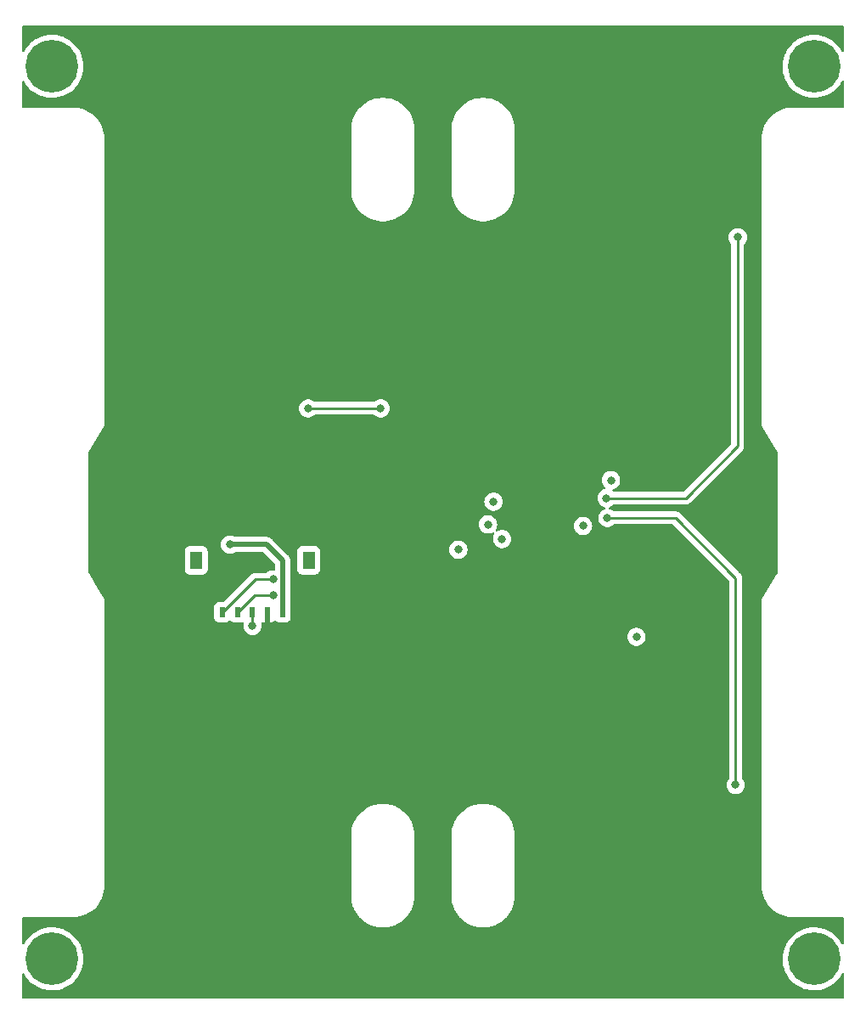
<source format=gbr>
%TF.GenerationSoftware,KiCad,Pcbnew,(6.0.7)*%
%TF.CreationDate,2023-03-28T19:52:52-07:00*%
%TF.ProjectId,solar-panel-NoCutout,736f6c61-722d-4706-916e-656c2d4e6f43,3.0*%
%TF.SameCoordinates,Original*%
%TF.FileFunction,Copper,L4,Bot*%
%TF.FilePolarity,Positive*%
%FSLAX46Y46*%
G04 Gerber Fmt 4.6, Leading zero omitted, Abs format (unit mm)*
G04 Created by KiCad (PCBNEW (6.0.7)) date 2023-03-28 19:52:52*
%MOMM*%
%LPD*%
G01*
G04 APERTURE LIST*
%TA.AperFunction,ComponentPad*%
%ADD10C,5.250000*%
%TD*%
%TA.AperFunction,SMDPad,CuDef*%
%ADD11R,0.600000X1.000000*%
%TD*%
%TA.AperFunction,SMDPad,CuDef*%
%ADD12R,1.250000X1.800000*%
%TD*%
%TA.AperFunction,ViaPad*%
%ADD13C,0.800000*%
%TD*%
%TA.AperFunction,Conductor*%
%ADD14C,0.250000*%
%TD*%
%TA.AperFunction,Conductor*%
%ADD15C,0.500000*%
%TD*%
G04 APERTURE END LIST*
D10*
%TO.P,J2,1,Pin_1*%
%TO.N,unconnected-(J2-Pad1)*%
X106500000Y-70300000D03*
%TD*%
%TO.P,J3,1,Pin_1*%
%TO.N,unconnected-(J3-Pad1)*%
X106500000Y-159300000D03*
%TD*%
%TO.P,J4,1,Pin_1*%
%TO.N,unconnected-(J4-Pad1)*%
X182500000Y-70300000D03*
%TD*%
%TO.P,J5,1,Pin_1*%
%TO.N,unconnected-(J5-Pad1)*%
X182500000Y-159300000D03*
%TD*%
D11*
%TO.P,J1,1,1*%
%TO.N,SDA*%
X123500000Y-124750000D03*
%TO.P,J1,2,2*%
%TO.N,SCL*%
X125000000Y-124750000D03*
%TO.P,J1,3,3*%
%TO.N,+3V3*%
X126499999Y-124750000D03*
%TO.P,J1,4,4*%
%TO.N,GND*%
X128000001Y-124750000D03*
%TO.P,J1,5,5*%
%TO.N,VSOLAR*%
X129500001Y-124750000D03*
D12*
%TO.P,J1,6,6*%
%TO.N,unconnected-(J1-Pad6)*%
X120895001Y-119560000D03*
%TO.P,J1,7,7*%
%TO.N,unconnected-(J1-Pad7)*%
X132104999Y-119560000D03*
%TD*%
D13*
%TO.N,GND*%
X168000000Y-156390000D03*
X156860000Y-113670000D03*
X160570000Y-109960000D03*
X144450000Y-156250000D03*
X149675000Y-112100000D03*
X121120000Y-156220000D03*
X124150000Y-116450000D03*
X137975000Y-112925000D03*
X160750000Y-114500000D03*
%TO.N,+3V3*%
X139300000Y-104410000D03*
X150540000Y-113710000D03*
X126510000Y-126100000D03*
X151390000Y-117440000D03*
X132050000Y-104410000D03*
%TO.N,VSOLAR*%
X124270000Y-118000000D03*
%TO.N,SDA*%
X147030000Y-118510000D03*
X128560000Y-121470000D03*
%TO.N,SCL*%
X128630000Y-123030000D03*
X149990000Y-115990000D03*
%TO.N,Net-(C3-Pad1)*%
X159470000Y-116130000D03*
X162260000Y-111570000D03*
%TO.N,Net-(U3-Pad7)*%
X161890000Y-115330000D03*
X174680000Y-141950000D03*
X161820000Y-113350000D03*
X164800000Y-127190000D03*
X174900000Y-87350000D03*
%TD*%
D14*
%TO.N,+3V3*%
X139300000Y-104410000D02*
X132050000Y-104410000D01*
X126499999Y-126089999D02*
X126510000Y-126100000D01*
X126499999Y-124750000D02*
X126499999Y-126089999D01*
D15*
%TO.N,VSOLAR*%
X129500001Y-119570001D02*
X129500001Y-124750000D01*
X127930000Y-118000000D02*
X129500001Y-119570001D01*
X124270000Y-118000000D02*
X127930000Y-118000000D01*
D14*
%TO.N,SDA*%
X126780000Y-121470000D02*
X128560000Y-121470000D01*
X123500000Y-124750000D02*
X126780000Y-121470000D01*
%TO.N,SCL*%
X125000000Y-124750000D02*
X126720000Y-123030000D01*
X126720000Y-123030000D02*
X128630000Y-123030000D01*
%TO.N,Net-(U3-Pad7)*%
X161820000Y-113350000D02*
X169720000Y-113350000D01*
X169720000Y-113350000D02*
X174900000Y-108170000D01*
X174900000Y-108170000D02*
X174900000Y-87350000D01*
X174680000Y-121310000D02*
X174680000Y-141950000D01*
X168700000Y-115330000D02*
X174680000Y-121310000D01*
X161890000Y-115330000D02*
X168700000Y-115330000D01*
%TD*%
%TA.AperFunction,Conductor*%
%TO.N,GND*%
G36*
X185433621Y-66278502D02*
G01*
X185480114Y-66332158D01*
X185491500Y-66384500D01*
X185491500Y-68746328D01*
X185471498Y-68814449D01*
X185417842Y-68860942D01*
X185347568Y-68871046D01*
X185282988Y-68841552D01*
X185255085Y-68807029D01*
X185163239Y-68639961D01*
X185163236Y-68639957D01*
X185161546Y-68636882D01*
X184959573Y-68350567D01*
X184726943Y-68088550D01*
X184724342Y-68086208D01*
X184724337Y-68086203D01*
X184469167Y-67856447D01*
X184469166Y-67856447D01*
X184466557Y-67854097D01*
X184428538Y-67826878D01*
X184184513Y-67652173D01*
X184184510Y-67652171D01*
X184181659Y-67650130D01*
X183875800Y-67479192D01*
X183552794Y-67343412D01*
X183549425Y-67342421D01*
X183549421Y-67342419D01*
X183401053Y-67298752D01*
X183216665Y-67244484D01*
X182940895Y-67195858D01*
X182875063Y-67184250D01*
X182875061Y-67184250D01*
X182871603Y-67183640D01*
X182868094Y-67183419D01*
X182868092Y-67183419D01*
X182525428Y-67161860D01*
X182525422Y-67161860D01*
X182521910Y-67161639D01*
X182424516Y-67166403D01*
X182175451Y-67178584D01*
X182175443Y-67178585D01*
X182171944Y-67178756D01*
X182168476Y-67179318D01*
X182168473Y-67179318D01*
X181829542Y-67234213D01*
X181829539Y-67234214D01*
X181826067Y-67234776D01*
X181822684Y-67235721D01*
X181822682Y-67235721D01*
X181787747Y-67245475D01*
X181488589Y-67329001D01*
X181485341Y-67330313D01*
X181485333Y-67330316D01*
X181166983Y-67458938D01*
X181166979Y-67458940D01*
X181163719Y-67460257D01*
X181160632Y-67461926D01*
X181160628Y-67461928D01*
X181131220Y-67477829D01*
X180855503Y-67626909D01*
X180567785Y-67826878D01*
X180565143Y-67829191D01*
X180565139Y-67829194D01*
X180326206Y-68038365D01*
X180304151Y-68057673D01*
X180067886Y-68316416D01*
X179861935Y-68599883D01*
X179860193Y-68602949D01*
X179860192Y-68602951D01*
X179839167Y-68639962D01*
X179688865Y-68904541D01*
X179550834Y-69226591D01*
X179449562Y-69562021D01*
X179386311Y-69906650D01*
X179361869Y-70256181D01*
X179376542Y-70606258D01*
X179430145Y-70952518D01*
X179522012Y-71290645D01*
X179523302Y-71293904D01*
X179523304Y-71293909D01*
X179572316Y-71417698D01*
X179650998Y-71616424D01*
X179652653Y-71619536D01*
X179652655Y-71619541D01*
X179712109Y-71731357D01*
X179815493Y-71925795D01*
X179817483Y-71928701D01*
X179817484Y-71928703D01*
X179891490Y-72036785D01*
X180013449Y-72214902D01*
X180242397Y-72480142D01*
X180499485Y-72718207D01*
X180781507Y-72926132D01*
X180784544Y-72927886D01*
X180784548Y-72927888D01*
X180945060Y-73020559D01*
X181084949Y-73101324D01*
X181088170Y-73102731D01*
X181402807Y-73240193D01*
X181402817Y-73240197D01*
X181406029Y-73241600D01*
X181409387Y-73242639D01*
X181409391Y-73242641D01*
X181545685Y-73284831D01*
X181740743Y-73345212D01*
X181744199Y-73345871D01*
X181744198Y-73345871D01*
X182081471Y-73410210D01*
X182081477Y-73410211D01*
X182084922Y-73410868D01*
X182316253Y-73428668D01*
X182430777Y-73437480D01*
X182430778Y-73437480D01*
X182434274Y-73437749D01*
X182666291Y-73429646D01*
X182780929Y-73425643D01*
X182780933Y-73425643D01*
X182784445Y-73425520D01*
X182787924Y-73425006D01*
X182787927Y-73425006D01*
X183127578Y-73374851D01*
X183127584Y-73374850D01*
X183131070Y-73374335D01*
X183134474Y-73373436D01*
X183134477Y-73373435D01*
X183466439Y-73285727D01*
X183466440Y-73285727D01*
X183469830Y-73284831D01*
X183796502Y-73158123D01*
X184107014Y-72995792D01*
X184397496Y-72799859D01*
X184664327Y-72572768D01*
X184749069Y-72482527D01*
X184901771Y-72319916D01*
X184901775Y-72319911D01*
X184904182Y-72317348D01*
X185114071Y-72036785D01*
X185219416Y-71857229D01*
X185256823Y-71793469D01*
X185308546Y-71744836D01*
X185378352Y-71731886D01*
X185444077Y-71758732D01*
X185484855Y-71816850D01*
X185491500Y-71857229D01*
X185491500Y-74290500D01*
X185471498Y-74358621D01*
X185417842Y-74405114D01*
X185365500Y-74416500D01*
X180475063Y-74416500D01*
X180453450Y-74414632D01*
X180448379Y-74413749D01*
X180435484Y-74411504D01*
X180428299Y-74411375D01*
X180427790Y-74411366D01*
X180427789Y-74411366D01*
X180422933Y-74411279D01*
X180418113Y-74411941D01*
X180418096Y-74411942D01*
X180406900Y-74412971D01*
X180091161Y-74427793D01*
X180087899Y-74428293D01*
X180087890Y-74428294D01*
X179766132Y-74477625D01*
X179766127Y-74477626D01*
X179762866Y-74478126D01*
X179441674Y-74562664D01*
X179131137Y-74680471D01*
X179128192Y-74681959D01*
X179128185Y-74681962D01*
X179115116Y-74688565D01*
X178834692Y-74830243D01*
X178555619Y-75010324D01*
X178553038Y-75012404D01*
X178553035Y-75012406D01*
X178521899Y-75037496D01*
X178297003Y-75218721D01*
X178294665Y-75221050D01*
X178294663Y-75221052D01*
X178282360Y-75233309D01*
X178061707Y-75453129D01*
X177852334Y-75710955D01*
X177671199Y-75989346D01*
X177669696Y-75992293D01*
X177669692Y-75992300D01*
X177642439Y-76045739D01*
X177520307Y-76285222D01*
X177401328Y-76595311D01*
X177315576Y-76916181D01*
X177264001Y-77244284D01*
X177263833Y-77247596D01*
X177248795Y-77544050D01*
X177247251Y-77558324D01*
X177246401Y-77563438D01*
X177246272Y-77575991D01*
X177246971Y-77580805D01*
X177246971Y-77580807D01*
X177250193Y-77602999D01*
X177251500Y-77621102D01*
X177251500Y-105894242D01*
X177249585Y-105916127D01*
X177246540Y-105933392D01*
X177247524Y-105942309D01*
X177247524Y-105942312D01*
X177250740Y-105971451D01*
X177251076Y-105977570D01*
X177251182Y-105977562D01*
X177251500Y-105982028D01*
X177251500Y-105986513D01*
X177252135Y-105990948D01*
X177252136Y-105990961D01*
X177255142Y-106011949D01*
X177255653Y-106015973D01*
X177262517Y-106078170D01*
X177265733Y-106085896D01*
X177266920Y-106094187D01*
X177270634Y-106102355D01*
X177270634Y-106102356D01*
X177292818Y-106151147D01*
X177294439Y-106154871D01*
X177305521Y-106181497D01*
X177308062Y-106185653D01*
X177310271Y-106189984D01*
X177310104Y-106190069D01*
X177312983Y-106195497D01*
X177327208Y-106226782D01*
X177341215Y-106243038D01*
X177353247Y-106259539D01*
X178647442Y-108375833D01*
X178822993Y-108662897D01*
X178841500Y-108728633D01*
X178841500Y-120821368D01*
X178822993Y-120887104D01*
X177356310Y-123285453D01*
X177355278Y-123287140D01*
X177342227Y-123304810D01*
X177330622Y-123317951D01*
X177314344Y-123352621D01*
X177311443Y-123358010D01*
X177311536Y-123358058D01*
X177309479Y-123362030D01*
X177307139Y-123365858D01*
X177305367Y-123369974D01*
X177296972Y-123389469D01*
X177295304Y-123393176D01*
X177268719Y-123449800D01*
X177267432Y-123458068D01*
X177264119Y-123465761D01*
X177263026Y-123474668D01*
X177263023Y-123474678D01*
X177256492Y-123527892D01*
X177255931Y-123531926D01*
X177251500Y-123560386D01*
X177251500Y-123565248D01*
X177251124Y-123570107D01*
X177250936Y-123570092D01*
X177250562Y-123576219D01*
X177246375Y-123610334D01*
X177247825Y-123619186D01*
X177247825Y-123619187D01*
X177249843Y-123631505D01*
X177251500Y-123651873D01*
X177251500Y-151921161D01*
X177249715Y-151942296D01*
X177246448Y-151961497D01*
X177246272Y-151974048D01*
X177246952Y-151978856D01*
X177247029Y-151980079D01*
X177247907Y-151989226D01*
X177263987Y-152305747D01*
X177315580Y-152633839D01*
X177316434Y-152637035D01*
X177316436Y-152637043D01*
X177400259Y-152950633D01*
X177401346Y-152954699D01*
X177520336Y-153264776D01*
X177521846Y-153267736D01*
X177667980Y-153554261D01*
X177671234Y-153560642D01*
X177852370Y-153839023D01*
X178061742Y-154096841D01*
X178098760Y-154133719D01*
X178269348Y-154303663D01*
X178297033Y-154331244D01*
X178299614Y-154333324D01*
X178299622Y-154333331D01*
X178553059Y-154537560D01*
X178553067Y-154537566D01*
X178555641Y-154539640D01*
X178834705Y-154719723D01*
X179131139Y-154869501D01*
X179134229Y-154870673D01*
X179134235Y-154870676D01*
X179438556Y-154986138D01*
X179438559Y-154986139D01*
X179441664Y-154987317D01*
X179762845Y-155071870D01*
X179766115Y-155072372D01*
X179766122Y-155072373D01*
X179971349Y-155103851D01*
X180091131Y-155122223D01*
X180390952Y-155136318D01*
X180405232Y-155137809D01*
X180410341Y-155138639D01*
X180415215Y-155138671D01*
X180415217Y-155138671D01*
X180416559Y-155138680D01*
X180422894Y-155138721D01*
X180448712Y-155134875D01*
X180467277Y-155133500D01*
X185365500Y-155133500D01*
X185433621Y-155153502D01*
X185480114Y-155207158D01*
X185491500Y-155259500D01*
X185491500Y-157746328D01*
X185471498Y-157814449D01*
X185417842Y-157860942D01*
X185347568Y-157871046D01*
X185282988Y-157841552D01*
X185255085Y-157807029D01*
X185163239Y-157639961D01*
X185163236Y-157639957D01*
X185161546Y-157636882D01*
X184959573Y-157350567D01*
X184726943Y-157088550D01*
X184724342Y-157086208D01*
X184724337Y-157086203D01*
X184469167Y-156856447D01*
X184469166Y-156856447D01*
X184466557Y-156854097D01*
X184428538Y-156826878D01*
X184184513Y-156652173D01*
X184184510Y-156652171D01*
X184181659Y-156650130D01*
X183875800Y-156479192D01*
X183552794Y-156343412D01*
X183549425Y-156342421D01*
X183549421Y-156342419D01*
X183401053Y-156298752D01*
X183216665Y-156244484D01*
X182940895Y-156195858D01*
X182875063Y-156184250D01*
X182875061Y-156184250D01*
X182871603Y-156183640D01*
X182868094Y-156183419D01*
X182868092Y-156183419D01*
X182525428Y-156161860D01*
X182525422Y-156161860D01*
X182521910Y-156161639D01*
X182424516Y-156166403D01*
X182175451Y-156178584D01*
X182175443Y-156178585D01*
X182171944Y-156178756D01*
X182168476Y-156179318D01*
X182168473Y-156179318D01*
X181829542Y-156234213D01*
X181829539Y-156234214D01*
X181826067Y-156234776D01*
X181822684Y-156235721D01*
X181822682Y-156235721D01*
X181787747Y-156245475D01*
X181488589Y-156329001D01*
X181485341Y-156330313D01*
X181485333Y-156330316D01*
X181166983Y-156458938D01*
X181166979Y-156458940D01*
X181163719Y-156460257D01*
X181160632Y-156461926D01*
X181160628Y-156461928D01*
X181131220Y-156477829D01*
X180855503Y-156626909D01*
X180567785Y-156826878D01*
X180565143Y-156829191D01*
X180565139Y-156829194D01*
X180326206Y-157038365D01*
X180304151Y-157057673D01*
X180067886Y-157316416D01*
X179861935Y-157599883D01*
X179860193Y-157602949D01*
X179860192Y-157602951D01*
X179839167Y-157639962D01*
X179688865Y-157904541D01*
X179550834Y-158226591D01*
X179449562Y-158562021D01*
X179386311Y-158906650D01*
X179361869Y-159256181D01*
X179376542Y-159606258D01*
X179430145Y-159952518D01*
X179522012Y-160290645D01*
X179523302Y-160293904D01*
X179523304Y-160293909D01*
X179572316Y-160417698D01*
X179650998Y-160616424D01*
X179652653Y-160619536D01*
X179652655Y-160619541D01*
X179712109Y-160731357D01*
X179815493Y-160925795D01*
X179817483Y-160928701D01*
X179817484Y-160928703D01*
X179891490Y-161036785D01*
X180013449Y-161214902D01*
X180242397Y-161480142D01*
X180499485Y-161718207D01*
X180781507Y-161926132D01*
X180784544Y-161927886D01*
X180784548Y-161927888D01*
X180945060Y-162020559D01*
X181084949Y-162101324D01*
X181088170Y-162102731D01*
X181402807Y-162240193D01*
X181402817Y-162240197D01*
X181406029Y-162241600D01*
X181409387Y-162242639D01*
X181409391Y-162242641D01*
X181545685Y-162284831D01*
X181740743Y-162345212D01*
X181744199Y-162345871D01*
X181744198Y-162345871D01*
X182081471Y-162410210D01*
X182081477Y-162410211D01*
X182084922Y-162410868D01*
X182316253Y-162428668D01*
X182430777Y-162437480D01*
X182430778Y-162437480D01*
X182434274Y-162437749D01*
X182666291Y-162429646D01*
X182780929Y-162425643D01*
X182780933Y-162425643D01*
X182784445Y-162425520D01*
X182787924Y-162425006D01*
X182787927Y-162425006D01*
X183127578Y-162374851D01*
X183127584Y-162374850D01*
X183131070Y-162374335D01*
X183134474Y-162373436D01*
X183134477Y-162373435D01*
X183466439Y-162285727D01*
X183466440Y-162285727D01*
X183469830Y-162284831D01*
X183796502Y-162158123D01*
X184107014Y-161995792D01*
X184397496Y-161799859D01*
X184664327Y-161572768D01*
X184749069Y-161482527D01*
X184901771Y-161319916D01*
X184901775Y-161319911D01*
X184904182Y-161317348D01*
X185114071Y-161036785D01*
X185219416Y-160857229D01*
X185256823Y-160793469D01*
X185308546Y-160744836D01*
X185378352Y-160731886D01*
X185444077Y-160758732D01*
X185484855Y-160816850D01*
X185491500Y-160857229D01*
X185491500Y-163115500D01*
X185471498Y-163183621D01*
X185417842Y-163230114D01*
X185365500Y-163241500D01*
X103634500Y-163241500D01*
X103566379Y-163221498D01*
X103519886Y-163167842D01*
X103508500Y-163115500D01*
X103508500Y-160853782D01*
X103528502Y-160785661D01*
X103582158Y-160739168D01*
X103652432Y-160729064D01*
X103717012Y-160758558D01*
X103745751Y-160794629D01*
X103815493Y-160925795D01*
X103817483Y-160928701D01*
X103817484Y-160928703D01*
X103891490Y-161036785D01*
X104013449Y-161214902D01*
X104242397Y-161480142D01*
X104499485Y-161718207D01*
X104781507Y-161926132D01*
X104784544Y-161927886D01*
X104784548Y-161927888D01*
X104945060Y-162020559D01*
X105084949Y-162101324D01*
X105088170Y-162102731D01*
X105402807Y-162240193D01*
X105402817Y-162240197D01*
X105406029Y-162241600D01*
X105409387Y-162242639D01*
X105409391Y-162242641D01*
X105545685Y-162284831D01*
X105740743Y-162345212D01*
X105744199Y-162345871D01*
X105744198Y-162345871D01*
X106081471Y-162410210D01*
X106081477Y-162410211D01*
X106084922Y-162410868D01*
X106316253Y-162428668D01*
X106430777Y-162437480D01*
X106430778Y-162437480D01*
X106434274Y-162437749D01*
X106666291Y-162429646D01*
X106780929Y-162425643D01*
X106780933Y-162425643D01*
X106784445Y-162425520D01*
X106787924Y-162425006D01*
X106787927Y-162425006D01*
X107127578Y-162374851D01*
X107127584Y-162374850D01*
X107131070Y-162374335D01*
X107134474Y-162373436D01*
X107134477Y-162373435D01*
X107466439Y-162285727D01*
X107466440Y-162285727D01*
X107469830Y-162284831D01*
X107796502Y-162158123D01*
X108107014Y-161995792D01*
X108397496Y-161799859D01*
X108664327Y-161572768D01*
X108749069Y-161482527D01*
X108901771Y-161319916D01*
X108901775Y-161319911D01*
X108904182Y-161317348D01*
X109114071Y-161036785D01*
X109291377Y-160734573D01*
X109293830Y-160729064D01*
X109432459Y-160417698D01*
X109432461Y-160417693D01*
X109433891Y-160414481D01*
X109539837Y-160080498D01*
X109607894Y-159736786D01*
X109637213Y-159387630D01*
X109638437Y-159300000D01*
X109636185Y-159259708D01*
X109619074Y-158953671D01*
X109618878Y-158950162D01*
X109560445Y-158604684D01*
X109463866Y-158267873D01*
X109416818Y-158153726D01*
X109331683Y-157947171D01*
X109331679Y-157947163D01*
X109330345Y-157943926D01*
X109161546Y-157636882D01*
X108959573Y-157350567D01*
X108726943Y-157088550D01*
X108724342Y-157086208D01*
X108724337Y-157086203D01*
X108469167Y-156856447D01*
X108469166Y-156856447D01*
X108466557Y-156854097D01*
X108428538Y-156826878D01*
X108184513Y-156652173D01*
X108184510Y-156652171D01*
X108181659Y-156650130D01*
X107875800Y-156479192D01*
X107552794Y-156343412D01*
X107549425Y-156342421D01*
X107549421Y-156342419D01*
X107401053Y-156298752D01*
X107216665Y-156244484D01*
X106940895Y-156195858D01*
X106875063Y-156184250D01*
X106875061Y-156184250D01*
X106871603Y-156183640D01*
X106868094Y-156183419D01*
X106868092Y-156183419D01*
X106525428Y-156161860D01*
X106525422Y-156161860D01*
X106521910Y-156161639D01*
X106424516Y-156166403D01*
X106175451Y-156178584D01*
X106175443Y-156178585D01*
X106171944Y-156178756D01*
X106168476Y-156179318D01*
X106168473Y-156179318D01*
X105829542Y-156234213D01*
X105829539Y-156234214D01*
X105826067Y-156234776D01*
X105822684Y-156235721D01*
X105822682Y-156235721D01*
X105787747Y-156245475D01*
X105488589Y-156329001D01*
X105485341Y-156330313D01*
X105485333Y-156330316D01*
X105166983Y-156458938D01*
X105166979Y-156458940D01*
X105163719Y-156460257D01*
X105160632Y-156461926D01*
X105160628Y-156461928D01*
X105131220Y-156477829D01*
X104855503Y-156626909D01*
X104567785Y-156826878D01*
X104565143Y-156829191D01*
X104565139Y-156829194D01*
X104326206Y-157038365D01*
X104304151Y-157057673D01*
X104067886Y-157316416D01*
X103861935Y-157599883D01*
X103860193Y-157602949D01*
X103860192Y-157602951D01*
X103744056Y-157807387D01*
X103693017Y-157856738D01*
X103623399Y-157870660D01*
X103557305Y-157844734D01*
X103515720Y-157787191D01*
X103508500Y-157745150D01*
X103508500Y-155254500D01*
X103528502Y-155186379D01*
X103582158Y-155139886D01*
X103634500Y-155128500D01*
X108524947Y-155128500D01*
X108546556Y-155130367D01*
X108559731Y-155132661D01*
X108559737Y-155132662D01*
X108564536Y-155133497D01*
X108577087Y-155133721D01*
X108581917Y-155133057D01*
X108581952Y-155133055D01*
X108593121Y-155132028D01*
X108678340Y-155128025D01*
X108908852Y-155117197D01*
X109237140Y-155066854D01*
X109240347Y-155066010D01*
X109240351Y-155066009D01*
X109367899Y-155032434D01*
X109558325Y-154982309D01*
X109561433Y-154981130D01*
X109865752Y-154865675D01*
X109865754Y-154865674D01*
X109868854Y-154864498D01*
X110165292Y-154714724D01*
X110168077Y-154712927D01*
X110168082Y-154712924D01*
X110441569Y-154536444D01*
X110444360Y-154534643D01*
X110702970Y-154326248D01*
X110938262Y-154091844D01*
X111147633Y-153834023D01*
X111245719Y-153683276D01*
X111326957Y-153558421D01*
X111326958Y-153558419D01*
X111328767Y-153555639D01*
X111475598Y-153267736D01*
X111478152Y-153262728D01*
X111478153Y-153262727D01*
X111479661Y-153259769D01*
X111581748Y-152993724D01*
X136336309Y-152993724D01*
X136337130Y-153000000D01*
X136336861Y-153000000D01*
X136355403Y-153341995D01*
X136410813Y-153679981D01*
X136427937Y-153741657D01*
X136463597Y-153870090D01*
X136502441Y-154009995D01*
X136544378Y-154115249D01*
X136626626Y-154321674D01*
X136629213Y-154328168D01*
X136789642Y-154630769D01*
X136791550Y-154633584D01*
X136791553Y-154633588D01*
X136950493Y-154868006D01*
X136981847Y-154914250D01*
X136984048Y-154916841D01*
X137168151Y-155133584D01*
X137203575Y-155175289D01*
X137452227Y-155410825D01*
X137724887Y-155618095D01*
X138018359Y-155794671D01*
X138329202Y-155938482D01*
X138332440Y-155939573D01*
X138332445Y-155939575D01*
X138650535Y-156046753D01*
X138650541Y-156046755D01*
X138653771Y-156047843D01*
X138657107Y-156048577D01*
X138657106Y-156048577D01*
X138984930Y-156120736D01*
X138984934Y-156120737D01*
X138988261Y-156121469D01*
X138991651Y-156121838D01*
X138991653Y-156121838D01*
X139049820Y-156128164D01*
X139328751Y-156158500D01*
X139671249Y-156158500D01*
X139950180Y-156128164D01*
X140008347Y-156121838D01*
X140008349Y-156121838D01*
X140011739Y-156121469D01*
X140015066Y-156120737D01*
X140015070Y-156120736D01*
X140342894Y-156048577D01*
X140342893Y-156048577D01*
X140346229Y-156047843D01*
X140349459Y-156046755D01*
X140349465Y-156046753D01*
X140667555Y-155939575D01*
X140667560Y-155939573D01*
X140670798Y-155938482D01*
X140981641Y-155794671D01*
X141275113Y-155618095D01*
X141547773Y-155410825D01*
X141796425Y-155175289D01*
X141831850Y-155133584D01*
X142015952Y-154916841D01*
X142018153Y-154914250D01*
X142049508Y-154868006D01*
X142208447Y-154633588D01*
X142208450Y-154633584D01*
X142210358Y-154630769D01*
X142370787Y-154328168D01*
X142373375Y-154321674D01*
X142455622Y-154115249D01*
X142497559Y-154009995D01*
X142536404Y-153870090D01*
X142572063Y-153741657D01*
X142589187Y-153679981D01*
X142644597Y-153341995D01*
X142661543Y-153029444D01*
X142662345Y-153022204D01*
X142662334Y-153022203D01*
X142662770Y-153017345D01*
X142663576Y-153012552D01*
X142663729Y-153000000D01*
X142662830Y-152993724D01*
X146336309Y-152993724D01*
X146337130Y-153000000D01*
X146336861Y-153000000D01*
X146355403Y-153341995D01*
X146410813Y-153679981D01*
X146427937Y-153741657D01*
X146463597Y-153870090D01*
X146502441Y-154009995D01*
X146544378Y-154115249D01*
X146626626Y-154321674D01*
X146629213Y-154328168D01*
X146789642Y-154630769D01*
X146791550Y-154633584D01*
X146791553Y-154633588D01*
X146950493Y-154868006D01*
X146981847Y-154914250D01*
X146984048Y-154916841D01*
X147168151Y-155133584D01*
X147203575Y-155175289D01*
X147452227Y-155410825D01*
X147724887Y-155618095D01*
X148018359Y-155794671D01*
X148329202Y-155938482D01*
X148332440Y-155939573D01*
X148332445Y-155939575D01*
X148650535Y-156046753D01*
X148650541Y-156046755D01*
X148653771Y-156047843D01*
X148657107Y-156048577D01*
X148657106Y-156048577D01*
X148984930Y-156120736D01*
X148984934Y-156120737D01*
X148988261Y-156121469D01*
X148991651Y-156121838D01*
X148991653Y-156121838D01*
X149049820Y-156128164D01*
X149328751Y-156158500D01*
X149671249Y-156158500D01*
X149950180Y-156128164D01*
X150008347Y-156121838D01*
X150008349Y-156121838D01*
X150011739Y-156121469D01*
X150015066Y-156120737D01*
X150015070Y-156120736D01*
X150342894Y-156048577D01*
X150342893Y-156048577D01*
X150346229Y-156047843D01*
X150349459Y-156046755D01*
X150349465Y-156046753D01*
X150667555Y-155939575D01*
X150667560Y-155939573D01*
X150670798Y-155938482D01*
X150981641Y-155794671D01*
X151275113Y-155618095D01*
X151547773Y-155410825D01*
X151796425Y-155175289D01*
X151831850Y-155133584D01*
X152015952Y-154916841D01*
X152018153Y-154914250D01*
X152049508Y-154868006D01*
X152208447Y-154633588D01*
X152208450Y-154633584D01*
X152210358Y-154630769D01*
X152370787Y-154328168D01*
X152373375Y-154321674D01*
X152455622Y-154115249D01*
X152497559Y-154009995D01*
X152536404Y-153870090D01*
X152572063Y-153741657D01*
X152589187Y-153679981D01*
X152644597Y-153341995D01*
X152661543Y-153029444D01*
X152662345Y-153022204D01*
X152662334Y-153022203D01*
X152662770Y-153017345D01*
X152663576Y-153012552D01*
X152663729Y-153000000D01*
X152659773Y-152972376D01*
X152658500Y-152954514D01*
X152658500Y-147053250D01*
X152660246Y-147032345D01*
X152662770Y-147017344D01*
X152662770Y-147017341D01*
X152663576Y-147012552D01*
X152663729Y-147000000D01*
X152663040Y-146995188D01*
X152662724Y-146990331D01*
X152662726Y-146990331D01*
X152662479Y-146987825D01*
X152662323Y-146984932D01*
X152655043Y-146850673D01*
X152644782Y-146661408D01*
X152644781Y-146661399D01*
X152644597Y-146658005D01*
X152589187Y-146320019D01*
X152497559Y-145990005D01*
X152370787Y-145671832D01*
X152210358Y-145369231D01*
X152208447Y-145366412D01*
X152020062Y-145088565D01*
X152020058Y-145088560D01*
X152018153Y-145085750D01*
X151796425Y-144824711D01*
X151547773Y-144589175D01*
X151275113Y-144381905D01*
X150981641Y-144205329D01*
X150670798Y-144061518D01*
X150667560Y-144060427D01*
X150667555Y-144060425D01*
X150349465Y-143953247D01*
X150349459Y-143953245D01*
X150346229Y-143952157D01*
X150248644Y-143930677D01*
X150015070Y-143879264D01*
X150015066Y-143879263D01*
X150011739Y-143878531D01*
X150008349Y-143878162D01*
X150008347Y-143878162D01*
X149950180Y-143871836D01*
X149671249Y-143841500D01*
X149328751Y-143841500D01*
X149049820Y-143871836D01*
X148991653Y-143878162D01*
X148991651Y-143878162D01*
X148988261Y-143878531D01*
X148984934Y-143879263D01*
X148984930Y-143879264D01*
X148751356Y-143930677D01*
X148653771Y-143952157D01*
X148650541Y-143953245D01*
X148650535Y-143953247D01*
X148332445Y-144060425D01*
X148332440Y-144060427D01*
X148329202Y-144061518D01*
X148018359Y-144205329D01*
X147724887Y-144381905D01*
X147452227Y-144589175D01*
X147203575Y-144824711D01*
X146981847Y-145085750D01*
X146979942Y-145088560D01*
X146979938Y-145088565D01*
X146791553Y-145366412D01*
X146789642Y-145369231D01*
X146629213Y-145671832D01*
X146502441Y-145990005D01*
X146410813Y-146320019D01*
X146355403Y-146658005D01*
X146355218Y-146661425D01*
X146338021Y-146978611D01*
X146337733Y-146981360D01*
X146337712Y-146983122D01*
X146337769Y-146983258D01*
X146337678Y-146984932D01*
X146336309Y-146993724D01*
X146336940Y-146998548D01*
X146336861Y-147000000D01*
X146337130Y-147000000D01*
X146337958Y-147006332D01*
X146340436Y-147025283D01*
X146341500Y-147041620D01*
X146341500Y-152950633D01*
X146340000Y-152970018D01*
X146336309Y-152993724D01*
X142662830Y-152993724D01*
X142659773Y-152972376D01*
X142658500Y-152954514D01*
X142658500Y-147053250D01*
X142660246Y-147032345D01*
X142662770Y-147017344D01*
X142662770Y-147017341D01*
X142663576Y-147012552D01*
X142663729Y-147000000D01*
X142663040Y-146995188D01*
X142662724Y-146990331D01*
X142662726Y-146990331D01*
X142662479Y-146987825D01*
X142662323Y-146984932D01*
X142655043Y-146850673D01*
X142644782Y-146661408D01*
X142644781Y-146661399D01*
X142644597Y-146658005D01*
X142589187Y-146320019D01*
X142497559Y-145990005D01*
X142370787Y-145671832D01*
X142210358Y-145369231D01*
X142208447Y-145366412D01*
X142020062Y-145088565D01*
X142020058Y-145088560D01*
X142018153Y-145085750D01*
X141796425Y-144824711D01*
X141547773Y-144589175D01*
X141275113Y-144381905D01*
X140981641Y-144205329D01*
X140670798Y-144061518D01*
X140667560Y-144060427D01*
X140667555Y-144060425D01*
X140349465Y-143953247D01*
X140349459Y-143953245D01*
X140346229Y-143952157D01*
X140248644Y-143930677D01*
X140015070Y-143879264D01*
X140015066Y-143879263D01*
X140011739Y-143878531D01*
X140008349Y-143878162D01*
X140008347Y-143878162D01*
X139950180Y-143871836D01*
X139671249Y-143841500D01*
X139328751Y-143841500D01*
X139049820Y-143871836D01*
X138991653Y-143878162D01*
X138991651Y-143878162D01*
X138988261Y-143878531D01*
X138984934Y-143879263D01*
X138984930Y-143879264D01*
X138751356Y-143930677D01*
X138653771Y-143952157D01*
X138650541Y-143953245D01*
X138650535Y-143953247D01*
X138332445Y-144060425D01*
X138332440Y-144060427D01*
X138329202Y-144061518D01*
X138018359Y-144205329D01*
X137724887Y-144381905D01*
X137452227Y-144589175D01*
X137203575Y-144824711D01*
X136981847Y-145085750D01*
X136979942Y-145088560D01*
X136979938Y-145088565D01*
X136791553Y-145366412D01*
X136789642Y-145369231D01*
X136629213Y-145671832D01*
X136502441Y-145990005D01*
X136410813Y-146320019D01*
X136355403Y-146658005D01*
X136355218Y-146661425D01*
X136338021Y-146978611D01*
X136337733Y-146981360D01*
X136337712Y-146983122D01*
X136337769Y-146983258D01*
X136337678Y-146984932D01*
X136336309Y-146993724D01*
X136336940Y-146998548D01*
X136336861Y-147000000D01*
X136337130Y-147000000D01*
X136337958Y-147006332D01*
X136340436Y-147025283D01*
X136341500Y-147041620D01*
X136341500Y-152950633D01*
X136340000Y-152970018D01*
X136336309Y-152993724D01*
X111581748Y-152993724D01*
X111598645Y-152949688D01*
X111684404Y-152628825D01*
X111735988Y-152300729D01*
X111751204Y-152000967D01*
X111752748Y-151986694D01*
X111753599Y-151981581D01*
X111753728Y-151969029D01*
X111749848Y-151942296D01*
X111749806Y-151942005D01*
X111748500Y-151923908D01*
X111748500Y-127190000D01*
X163886496Y-127190000D01*
X163906458Y-127379928D01*
X163965473Y-127561556D01*
X164060960Y-127726944D01*
X164188747Y-127868866D01*
X164343248Y-127981118D01*
X164349276Y-127983802D01*
X164349278Y-127983803D01*
X164511681Y-128056109D01*
X164517712Y-128058794D01*
X164611112Y-128078647D01*
X164698056Y-128097128D01*
X164698061Y-128097128D01*
X164704513Y-128098500D01*
X164895487Y-128098500D01*
X164901939Y-128097128D01*
X164901944Y-128097128D01*
X164988888Y-128078647D01*
X165082288Y-128058794D01*
X165088319Y-128056109D01*
X165250722Y-127983803D01*
X165250724Y-127983802D01*
X165256752Y-127981118D01*
X165411253Y-127868866D01*
X165539040Y-127726944D01*
X165634527Y-127561556D01*
X165693542Y-127379928D01*
X165713504Y-127190000D01*
X165693542Y-127000072D01*
X165634527Y-126818444D01*
X165613919Y-126782749D01*
X165542341Y-126658774D01*
X165539040Y-126653056D01*
X165411253Y-126511134D01*
X165256752Y-126398882D01*
X165250724Y-126396198D01*
X165250722Y-126396197D01*
X165088319Y-126323891D01*
X165088318Y-126323891D01*
X165082288Y-126321206D01*
X164988887Y-126301353D01*
X164901944Y-126282872D01*
X164901939Y-126282872D01*
X164895487Y-126281500D01*
X164704513Y-126281500D01*
X164698061Y-126282872D01*
X164698056Y-126282872D01*
X164611113Y-126301353D01*
X164517712Y-126321206D01*
X164511682Y-126323891D01*
X164511681Y-126323891D01*
X164349278Y-126396197D01*
X164349276Y-126396198D01*
X164343248Y-126398882D01*
X164188747Y-126511134D01*
X164060960Y-126653056D01*
X164057659Y-126658774D01*
X163986082Y-126782749D01*
X163965473Y-126818444D01*
X163906458Y-127000072D01*
X163886496Y-127190000D01*
X111748500Y-127190000D01*
X111748500Y-125298134D01*
X122691500Y-125298134D01*
X122698255Y-125360316D01*
X122749385Y-125496705D01*
X122836739Y-125613261D01*
X122953295Y-125700615D01*
X123089684Y-125751745D01*
X123151866Y-125758500D01*
X123848134Y-125758500D01*
X123910316Y-125751745D01*
X124046705Y-125700615D01*
X124163261Y-125613261D01*
X124164187Y-125612026D01*
X124223217Y-125579792D01*
X124294032Y-125584857D01*
X124335355Y-125611414D01*
X124336739Y-125613261D01*
X124453295Y-125700615D01*
X124589684Y-125751745D01*
X124651866Y-125758500D01*
X125348134Y-125758500D01*
X125410316Y-125751745D01*
X125417712Y-125748973D01*
X125417718Y-125748971D01*
X125458754Y-125733587D01*
X125529561Y-125728404D01*
X125591930Y-125762325D01*
X125626059Y-125824581D01*
X125622816Y-125890504D01*
X125616458Y-125910072D01*
X125596496Y-126100000D01*
X125616458Y-126289928D01*
X125675473Y-126471556D01*
X125678776Y-126477278D01*
X125678777Y-126477279D01*
X125698323Y-126511134D01*
X125770960Y-126636944D01*
X125898747Y-126778866D01*
X126053248Y-126891118D01*
X126059276Y-126893802D01*
X126059278Y-126893803D01*
X126221681Y-126966109D01*
X126227712Y-126968794D01*
X126321112Y-126988647D01*
X126408056Y-127007128D01*
X126408061Y-127007128D01*
X126414513Y-127008500D01*
X126605487Y-127008500D01*
X126611939Y-127007128D01*
X126611944Y-127007128D01*
X126698888Y-126988647D01*
X126792288Y-126968794D01*
X126798319Y-126966109D01*
X126960722Y-126893803D01*
X126960724Y-126893802D01*
X126966752Y-126891118D01*
X127121253Y-126778866D01*
X127249040Y-126636944D01*
X127321677Y-126511134D01*
X127341223Y-126477279D01*
X127341224Y-126477278D01*
X127344527Y-126471556D01*
X127403542Y-126289928D01*
X127423504Y-126100000D01*
X127403542Y-125910072D01*
X127401501Y-125903790D01*
X127399760Y-125898430D01*
X127397735Y-125827463D01*
X127434399Y-125766666D01*
X127498112Y-125735343D01*
X127563825Y-125741516D01*
X127582399Y-125748479D01*
X127597650Y-125752105D01*
X127648515Y-125757631D01*
X127655329Y-125758000D01*
X127727886Y-125758000D01*
X127743125Y-125753525D01*
X127744330Y-125752135D01*
X127746001Y-125744452D01*
X127746001Y-124622000D01*
X127766003Y-124553879D01*
X127819659Y-124507386D01*
X127872001Y-124496000D01*
X128128001Y-124496000D01*
X128196122Y-124516002D01*
X128242615Y-124569658D01*
X128254001Y-124622000D01*
X128254001Y-125739884D01*
X128258476Y-125755123D01*
X128259866Y-125756328D01*
X128267549Y-125757999D01*
X128344670Y-125757999D01*
X128351491Y-125757629D01*
X128402353Y-125752105D01*
X128417605Y-125748479D01*
X128538055Y-125703324D01*
X128553650Y-125694786D01*
X128655725Y-125618285D01*
X128660549Y-125613461D01*
X128722861Y-125579435D01*
X128793676Y-125584500D01*
X128835172Y-125611168D01*
X128836740Y-125613261D01*
X128953296Y-125700615D01*
X129089685Y-125751745D01*
X129151867Y-125758500D01*
X129848135Y-125758500D01*
X129910317Y-125751745D01*
X130046706Y-125700615D01*
X130163262Y-125613261D01*
X130250616Y-125496705D01*
X130301746Y-125360316D01*
X130308501Y-125298134D01*
X130308501Y-124201866D01*
X130308132Y-124198469D01*
X130302599Y-124147534D01*
X130302599Y-124147532D01*
X130301746Y-124139684D01*
X130298973Y-124132285D01*
X130266519Y-124045716D01*
X130258501Y-124001487D01*
X130258501Y-120508134D01*
X130971499Y-120508134D01*
X130978254Y-120570316D01*
X131029384Y-120706705D01*
X131116738Y-120823261D01*
X131233294Y-120910615D01*
X131369683Y-120961745D01*
X131431865Y-120968500D01*
X132778133Y-120968500D01*
X132840315Y-120961745D01*
X132976704Y-120910615D01*
X133093260Y-120823261D01*
X133180614Y-120706705D01*
X133231744Y-120570316D01*
X133238499Y-120508134D01*
X133238499Y-118611866D01*
X133231744Y-118549684D01*
X133216867Y-118510000D01*
X146116496Y-118510000D01*
X146117186Y-118516565D01*
X146127562Y-118615283D01*
X146136458Y-118699928D01*
X146195473Y-118881556D01*
X146290960Y-119046944D01*
X146418747Y-119188866D01*
X146573248Y-119301118D01*
X146579276Y-119303802D01*
X146579278Y-119303803D01*
X146628469Y-119325704D01*
X146747712Y-119378794D01*
X146820756Y-119394320D01*
X146928056Y-119417128D01*
X146928061Y-119417128D01*
X146934513Y-119418500D01*
X147125487Y-119418500D01*
X147131939Y-119417128D01*
X147131944Y-119417128D01*
X147239244Y-119394320D01*
X147312288Y-119378794D01*
X147431531Y-119325704D01*
X147480722Y-119303803D01*
X147480724Y-119303802D01*
X147486752Y-119301118D01*
X147641253Y-119188866D01*
X147769040Y-119046944D01*
X147864527Y-118881556D01*
X147923542Y-118699928D01*
X147932439Y-118615283D01*
X147942814Y-118516565D01*
X147943504Y-118510000D01*
X147923542Y-118320072D01*
X147864527Y-118138444D01*
X147855466Y-118122749D01*
X147772341Y-117978774D01*
X147769040Y-117973056D01*
X147641253Y-117831134D01*
X147486752Y-117718882D01*
X147480724Y-117716198D01*
X147480722Y-117716197D01*
X147318319Y-117643891D01*
X147318318Y-117643891D01*
X147312288Y-117641206D01*
X147218888Y-117621353D01*
X147131944Y-117602872D01*
X147131939Y-117602872D01*
X147125487Y-117601500D01*
X146934513Y-117601500D01*
X146928061Y-117602872D01*
X146928056Y-117602872D01*
X146841112Y-117621353D01*
X146747712Y-117641206D01*
X146741682Y-117643891D01*
X146741681Y-117643891D01*
X146579278Y-117716197D01*
X146579276Y-117716198D01*
X146573248Y-117718882D01*
X146418747Y-117831134D01*
X146290960Y-117973056D01*
X146287659Y-117978774D01*
X146204535Y-118122749D01*
X146195473Y-118138444D01*
X146136458Y-118320072D01*
X146116496Y-118510000D01*
X133216867Y-118510000D01*
X133180614Y-118413295D01*
X133093260Y-118296739D01*
X132976704Y-118209385D01*
X132840315Y-118158255D01*
X132778133Y-118151500D01*
X131431865Y-118151500D01*
X131369683Y-118158255D01*
X131233294Y-118209385D01*
X131116738Y-118296739D01*
X131029384Y-118413295D01*
X130978254Y-118549684D01*
X130971499Y-118611866D01*
X130971499Y-120508134D01*
X130258501Y-120508134D01*
X130258501Y-119637071D01*
X130259934Y-119618121D01*
X130262100Y-119603886D01*
X130262100Y-119603882D01*
X130263200Y-119596652D01*
X130258916Y-119543983D01*
X130258501Y-119533768D01*
X130258501Y-119525708D01*
X130255210Y-119497481D01*
X130254779Y-119493122D01*
X130249454Y-119427661D01*
X130248861Y-119420365D01*
X130246606Y-119413404D01*
X130245419Y-119407464D01*
X130244030Y-119401589D01*
X130243183Y-119394320D01*
X130218265Y-119325671D01*
X130216848Y-119321543D01*
X130196608Y-119259065D01*
X130196607Y-119259063D01*
X130194352Y-119252102D01*
X130190556Y-119245847D01*
X130188050Y-119240373D01*
X130185331Y-119234943D01*
X130182834Y-119228064D01*
X130159680Y-119192749D01*
X130142815Y-119167025D01*
X130140468Y-119163306D01*
X130102596Y-119100894D01*
X130095198Y-119092517D01*
X130095225Y-119092493D01*
X130092572Y-119089501D01*
X130089869Y-119086268D01*
X130085857Y-119080149D01*
X130029618Y-119026873D01*
X130027176Y-119024495D01*
X128513770Y-117511089D01*
X128501384Y-117496677D01*
X128492851Y-117485082D01*
X128492846Y-117485077D01*
X128488508Y-117479182D01*
X128482930Y-117474443D01*
X128482927Y-117474440D01*
X128448232Y-117444965D01*
X128440716Y-117438035D01*
X128435021Y-117432340D01*
X128428880Y-117427482D01*
X128412749Y-117414719D01*
X128409345Y-117411928D01*
X128359297Y-117369409D01*
X128359295Y-117369408D01*
X128353715Y-117364667D01*
X128347199Y-117361339D01*
X128342150Y-117357972D01*
X128337021Y-117354805D01*
X128331284Y-117350266D01*
X128265125Y-117319345D01*
X128261225Y-117317439D01*
X128260857Y-117317251D01*
X128196192Y-117284231D01*
X128189084Y-117282492D01*
X128183441Y-117280393D01*
X128177678Y-117278476D01*
X128171050Y-117275378D01*
X128099583Y-117260513D01*
X128095299Y-117259543D01*
X128083415Y-117256635D01*
X128024390Y-117242192D01*
X128018788Y-117241844D01*
X128018785Y-117241844D01*
X128013236Y-117241500D01*
X128013238Y-117241464D01*
X128009245Y-117241225D01*
X128005053Y-117240851D01*
X127997885Y-117239360D01*
X127931675Y-117241151D01*
X127920479Y-117241454D01*
X127917072Y-117241500D01*
X124812587Y-117241500D01*
X124738528Y-117217437D01*
X124732098Y-117212765D01*
X124732091Y-117212761D01*
X124726752Y-117208882D01*
X124720724Y-117206198D01*
X124720722Y-117206197D01*
X124558319Y-117133891D01*
X124558318Y-117133891D01*
X124552288Y-117131206D01*
X124458888Y-117111353D01*
X124371944Y-117092872D01*
X124371939Y-117092872D01*
X124365487Y-117091500D01*
X124174513Y-117091500D01*
X124168061Y-117092872D01*
X124168056Y-117092872D01*
X124081112Y-117111353D01*
X123987712Y-117131206D01*
X123981682Y-117133891D01*
X123981681Y-117133891D01*
X123819278Y-117206197D01*
X123819276Y-117206198D01*
X123813248Y-117208882D01*
X123807907Y-117212762D01*
X123807906Y-117212763D01*
X123801473Y-117217437D01*
X123658747Y-117321134D01*
X123654326Y-117326044D01*
X123654325Y-117326045D01*
X123545809Y-117446565D01*
X123530960Y-117463056D01*
X123435473Y-117628444D01*
X123376458Y-117810072D01*
X123375768Y-117816633D01*
X123375768Y-117816635D01*
X123374652Y-117827251D01*
X123356496Y-118000000D01*
X123357186Y-118006565D01*
X123373421Y-118161029D01*
X123376458Y-118189928D01*
X123435473Y-118371556D01*
X123530960Y-118536944D01*
X123658747Y-118678866D01*
X123696377Y-118706206D01*
X123807904Y-118787235D01*
X123813248Y-118791118D01*
X123819276Y-118793802D01*
X123819278Y-118793803D01*
X123981681Y-118866109D01*
X123987712Y-118868794D01*
X124074677Y-118887279D01*
X124168056Y-118907128D01*
X124168061Y-118907128D01*
X124174513Y-118908500D01*
X124365487Y-118908500D01*
X124371939Y-118907128D01*
X124371944Y-118907128D01*
X124465323Y-118887279D01*
X124552288Y-118868794D01*
X124558319Y-118866109D01*
X124720722Y-118793803D01*
X124720724Y-118793802D01*
X124726752Y-118791118D01*
X124732091Y-118787239D01*
X124732098Y-118787235D01*
X124738528Y-118782563D01*
X124812587Y-118758500D01*
X127563629Y-118758500D01*
X127631750Y-118778502D01*
X127652724Y-118795405D01*
X128704596Y-119847277D01*
X128738622Y-119909589D01*
X128741501Y-119936372D01*
X128741501Y-120435500D01*
X128721499Y-120503621D01*
X128667843Y-120550114D01*
X128615501Y-120561500D01*
X128464513Y-120561500D01*
X128458061Y-120562872D01*
X128458056Y-120562872D01*
X128378499Y-120579783D01*
X128277712Y-120601206D01*
X128271682Y-120603891D01*
X128271681Y-120603891D01*
X128109278Y-120676197D01*
X128109276Y-120676198D01*
X128103248Y-120678882D01*
X128097907Y-120682762D01*
X128097906Y-120682763D01*
X128064953Y-120706705D01*
X127948747Y-120791134D01*
X127944332Y-120796037D01*
X127939420Y-120800460D01*
X127938295Y-120799211D01*
X127884986Y-120832051D01*
X127851800Y-120836500D01*
X126858763Y-120836500D01*
X126847579Y-120835973D01*
X126840091Y-120834299D01*
X126832168Y-120834548D01*
X126772033Y-120836438D01*
X126768075Y-120836500D01*
X126740144Y-120836500D01*
X126736229Y-120836995D01*
X126736225Y-120836995D01*
X126736167Y-120837003D01*
X126736138Y-120837006D01*
X126724296Y-120837939D01*
X126680110Y-120839327D01*
X126662744Y-120844372D01*
X126660658Y-120844978D01*
X126641306Y-120848986D01*
X126629068Y-120850532D01*
X126629066Y-120850533D01*
X126621203Y-120851526D01*
X126580086Y-120867806D01*
X126568885Y-120871641D01*
X126526406Y-120883982D01*
X126519587Y-120888015D01*
X126519582Y-120888017D01*
X126508971Y-120894293D01*
X126491221Y-120902990D01*
X126472383Y-120910448D01*
X126465967Y-120915109D01*
X126465966Y-120915110D01*
X126436625Y-120936428D01*
X126426701Y-120942947D01*
X126395460Y-120961422D01*
X126395455Y-120961426D01*
X126388637Y-120965458D01*
X126374313Y-120979782D01*
X126359281Y-120992621D01*
X126342893Y-121004528D01*
X126320569Y-121031513D01*
X126314712Y-121038593D01*
X126306722Y-121047373D01*
X123649500Y-123704595D01*
X123587188Y-123738621D01*
X123560405Y-123741500D01*
X123151866Y-123741500D01*
X123089684Y-123748255D01*
X122953295Y-123799385D01*
X122836739Y-123886739D01*
X122749385Y-124003295D01*
X122698255Y-124139684D01*
X122691500Y-124201866D01*
X122691500Y-125298134D01*
X111748500Y-125298134D01*
X111748500Y-123650757D01*
X111750415Y-123628871D01*
X111753460Y-123611608D01*
X111749260Y-123573549D01*
X111748924Y-123567430D01*
X111748818Y-123567438D01*
X111748500Y-123562972D01*
X111748500Y-123558487D01*
X111747865Y-123554051D01*
X111747864Y-123554040D01*
X111744857Y-123533045D01*
X111744344Y-123529002D01*
X111738467Y-123475748D01*
X111737483Y-123466829D01*
X111734267Y-123459102D01*
X111733080Y-123450813D01*
X111707169Y-123393827D01*
X111705544Y-123390092D01*
X111696351Y-123368004D01*
X111694478Y-123363503D01*
X111691936Y-123359346D01*
X111689724Y-123355009D01*
X111689894Y-123354922D01*
X111687016Y-123349502D01*
X111676510Y-123326394D01*
X111676508Y-123326391D01*
X111672792Y-123318218D01*
X111658786Y-123301963D01*
X111646747Y-123285453D01*
X111103119Y-122396500D01*
X110177007Y-120882103D01*
X110158500Y-120816367D01*
X110158500Y-120508134D01*
X119761501Y-120508134D01*
X119768256Y-120570316D01*
X119819386Y-120706705D01*
X119906740Y-120823261D01*
X120023296Y-120910615D01*
X120159685Y-120961745D01*
X120221867Y-120968500D01*
X121568135Y-120968500D01*
X121630317Y-120961745D01*
X121766706Y-120910615D01*
X121883262Y-120823261D01*
X121970616Y-120706705D01*
X122021746Y-120570316D01*
X122028501Y-120508134D01*
X122028501Y-118611866D01*
X122021746Y-118549684D01*
X121970616Y-118413295D01*
X121883262Y-118296739D01*
X121766706Y-118209385D01*
X121630317Y-118158255D01*
X121568135Y-118151500D01*
X120221867Y-118151500D01*
X120159685Y-118158255D01*
X120023296Y-118209385D01*
X119906740Y-118296739D01*
X119819386Y-118413295D01*
X119768256Y-118549684D01*
X119761501Y-118611866D01*
X119761501Y-120508134D01*
X110158500Y-120508134D01*
X110158500Y-115990000D01*
X149076496Y-115990000D01*
X149096458Y-116179928D01*
X149155473Y-116361556D01*
X149250960Y-116526944D01*
X149255378Y-116531851D01*
X149255379Y-116531852D01*
X149293231Y-116573891D01*
X149378747Y-116668866D01*
X149533248Y-116781118D01*
X149539276Y-116783802D01*
X149539278Y-116783803D01*
X149664392Y-116839507D01*
X149707712Y-116858794D01*
X149801112Y-116878647D01*
X149888056Y-116897128D01*
X149888061Y-116897128D01*
X149894513Y-116898500D01*
X150085487Y-116898500D01*
X150091939Y-116897128D01*
X150091944Y-116897128D01*
X150178888Y-116878647D01*
X150272288Y-116858794D01*
X150315608Y-116839507D01*
X150440722Y-116783803D01*
X150440724Y-116783802D01*
X150446752Y-116781118D01*
X150452097Y-116777235D01*
X150452112Y-116777226D01*
X150521106Y-116760484D01*
X150588199Y-116783702D01*
X150632089Y-116839507D01*
X150638841Y-116910182D01*
X150624236Y-116949342D01*
X150594893Y-117000166D01*
X150555473Y-117068444D01*
X150496458Y-117250072D01*
X150495768Y-117256633D01*
X150495768Y-117256635D01*
X150489273Y-117318430D01*
X150476496Y-117440000D01*
X150477186Y-117446565D01*
X150495701Y-117622721D01*
X150496458Y-117629928D01*
X150555473Y-117811556D01*
X150558776Y-117817278D01*
X150558777Y-117817279D01*
X150566776Y-117831134D01*
X150650960Y-117976944D01*
X150655378Y-117981851D01*
X150655379Y-117981852D01*
X150671720Y-118000000D01*
X150778747Y-118118866D01*
X150933248Y-118231118D01*
X150939276Y-118233802D01*
X150939278Y-118233803D01*
X151101681Y-118306109D01*
X151107712Y-118308794D01*
X151191647Y-118326635D01*
X151288056Y-118347128D01*
X151288061Y-118347128D01*
X151294513Y-118348500D01*
X151485487Y-118348500D01*
X151491939Y-118347128D01*
X151491944Y-118347128D01*
X151588353Y-118326635D01*
X151672288Y-118308794D01*
X151678319Y-118306109D01*
X151840722Y-118233803D01*
X151840724Y-118233802D01*
X151846752Y-118231118D01*
X152001253Y-118118866D01*
X152108280Y-118000000D01*
X152124621Y-117981852D01*
X152124622Y-117981851D01*
X152129040Y-117976944D01*
X152213224Y-117831134D01*
X152221223Y-117817279D01*
X152221224Y-117817278D01*
X152224527Y-117811556D01*
X152283542Y-117629928D01*
X152284300Y-117622721D01*
X152302814Y-117446565D01*
X152303504Y-117440000D01*
X152290727Y-117318430D01*
X152284232Y-117256635D01*
X152284232Y-117256633D01*
X152283542Y-117250072D01*
X152224527Y-117068444D01*
X152129040Y-116903056D01*
X152123703Y-116897128D01*
X152005675Y-116766045D01*
X152005674Y-116766044D01*
X152001253Y-116761134D01*
X151846752Y-116648882D01*
X151840724Y-116646198D01*
X151840722Y-116646197D01*
X151678319Y-116573891D01*
X151678318Y-116573891D01*
X151672288Y-116571206D01*
X151578887Y-116551353D01*
X151491944Y-116532872D01*
X151491939Y-116532872D01*
X151485487Y-116531500D01*
X151294513Y-116531500D01*
X151288061Y-116532872D01*
X151288056Y-116532872D01*
X151201113Y-116551353D01*
X151107712Y-116571206D01*
X151101682Y-116573891D01*
X151101681Y-116573891D01*
X150939278Y-116646197D01*
X150939276Y-116646198D01*
X150933248Y-116648882D01*
X150927903Y-116652765D01*
X150927888Y-116652774D01*
X150858894Y-116669516D01*
X150791801Y-116646298D01*
X150747911Y-116590493D01*
X150741159Y-116519818D01*
X150755764Y-116480658D01*
X150821223Y-116367279D01*
X150821224Y-116367278D01*
X150824527Y-116361556D01*
X150883542Y-116179928D01*
X150888790Y-116130000D01*
X158556496Y-116130000D01*
X158576458Y-116319928D01*
X158635473Y-116501556D01*
X158638776Y-116507278D01*
X158638777Y-116507279D01*
X158650131Y-116526944D01*
X158730960Y-116666944D01*
X158735378Y-116671851D01*
X158735379Y-116671852D01*
X158836089Y-116783702D01*
X158858747Y-116808866D01*
X159013248Y-116921118D01*
X159019276Y-116923802D01*
X159019278Y-116923803D01*
X159076640Y-116949342D01*
X159187712Y-116998794D01*
X159281113Y-117018647D01*
X159368056Y-117037128D01*
X159368061Y-117037128D01*
X159374513Y-117038500D01*
X159565487Y-117038500D01*
X159571939Y-117037128D01*
X159571944Y-117037128D01*
X159658887Y-117018647D01*
X159752288Y-116998794D01*
X159863360Y-116949342D01*
X159920722Y-116923803D01*
X159920724Y-116923802D01*
X159926752Y-116921118D01*
X160081253Y-116808866D01*
X160103911Y-116783702D01*
X160204621Y-116671852D01*
X160204622Y-116671851D01*
X160209040Y-116666944D01*
X160289869Y-116526944D01*
X160301223Y-116507279D01*
X160301224Y-116507278D01*
X160304527Y-116501556D01*
X160363542Y-116319928D01*
X160383504Y-116130000D01*
X160371180Y-116012745D01*
X160364232Y-115946635D01*
X160364232Y-115946633D01*
X160363542Y-115940072D01*
X160304527Y-115758444D01*
X160209040Y-115593056D01*
X160081253Y-115451134D01*
X159926752Y-115338882D01*
X159920724Y-115336198D01*
X159920722Y-115336197D01*
X159758319Y-115263891D01*
X159758318Y-115263891D01*
X159752288Y-115261206D01*
X159658888Y-115241353D01*
X159571944Y-115222872D01*
X159571939Y-115222872D01*
X159565487Y-115221500D01*
X159374513Y-115221500D01*
X159368061Y-115222872D01*
X159368056Y-115222872D01*
X159281112Y-115241353D01*
X159187712Y-115261206D01*
X159181682Y-115263891D01*
X159181681Y-115263891D01*
X159019278Y-115336197D01*
X159019276Y-115336198D01*
X159013248Y-115338882D01*
X158858747Y-115451134D01*
X158730960Y-115593056D01*
X158635473Y-115758444D01*
X158576458Y-115940072D01*
X158575768Y-115946633D01*
X158575768Y-115946635D01*
X158568820Y-116012745D01*
X158556496Y-116130000D01*
X150888790Y-116130000D01*
X150903504Y-115990000D01*
X150891086Y-115871852D01*
X150884232Y-115806635D01*
X150884232Y-115806633D01*
X150883542Y-115800072D01*
X150824527Y-115618444D01*
X150813171Y-115598774D01*
X150732341Y-115458774D01*
X150729040Y-115453056D01*
X150626238Y-115338882D01*
X150605675Y-115316045D01*
X150605674Y-115316044D01*
X150601253Y-115311134D01*
X150446752Y-115198882D01*
X150440724Y-115196198D01*
X150440722Y-115196197D01*
X150278319Y-115123891D01*
X150278318Y-115123891D01*
X150272288Y-115121206D01*
X150178887Y-115101353D01*
X150091944Y-115082872D01*
X150091939Y-115082872D01*
X150085487Y-115081500D01*
X149894513Y-115081500D01*
X149888061Y-115082872D01*
X149888056Y-115082872D01*
X149801113Y-115101353D01*
X149707712Y-115121206D01*
X149701682Y-115123891D01*
X149701681Y-115123891D01*
X149539278Y-115196197D01*
X149539276Y-115196198D01*
X149533248Y-115198882D01*
X149378747Y-115311134D01*
X149374326Y-115316044D01*
X149374325Y-115316045D01*
X149353763Y-115338882D01*
X149250960Y-115453056D01*
X149247659Y-115458774D01*
X149166830Y-115598774D01*
X149155473Y-115618444D01*
X149096458Y-115800072D01*
X149095768Y-115806633D01*
X149095768Y-115806635D01*
X149088914Y-115871852D01*
X149076496Y-115990000D01*
X110158500Y-115990000D01*
X110158500Y-113710000D01*
X149626496Y-113710000D01*
X149627186Y-113716565D01*
X149640183Y-113840221D01*
X149646458Y-113899928D01*
X149705473Y-114081556D01*
X149708776Y-114087278D01*
X149708777Y-114087279D01*
X149739861Y-114141118D01*
X149800960Y-114246944D01*
X149928747Y-114388866D01*
X150083248Y-114501118D01*
X150089276Y-114503802D01*
X150089278Y-114503803D01*
X150251681Y-114576109D01*
X150257712Y-114578794D01*
X150351112Y-114598647D01*
X150438056Y-114617128D01*
X150438061Y-114617128D01*
X150444513Y-114618500D01*
X150635487Y-114618500D01*
X150641939Y-114617128D01*
X150641944Y-114617128D01*
X150728888Y-114598647D01*
X150822288Y-114578794D01*
X150828319Y-114576109D01*
X150990722Y-114503803D01*
X150990724Y-114503802D01*
X150996752Y-114501118D01*
X151151253Y-114388866D01*
X151279040Y-114246944D01*
X151340139Y-114141118D01*
X151371223Y-114087279D01*
X151371224Y-114087278D01*
X151374527Y-114081556D01*
X151433542Y-113899928D01*
X151439818Y-113840221D01*
X151452814Y-113716565D01*
X151453504Y-113710000D01*
X151433542Y-113520072D01*
X151378282Y-113350000D01*
X160906496Y-113350000D01*
X160926458Y-113539928D01*
X160985473Y-113721556D01*
X161080960Y-113886944D01*
X161085378Y-113891851D01*
X161085379Y-113891852D01*
X161167452Y-113983003D01*
X161208747Y-114028866D01*
X161363248Y-114141118D01*
X161369276Y-114143802D01*
X161369278Y-114143803D01*
X161531681Y-114216109D01*
X161537712Y-114218794D01*
X161574305Y-114226572D01*
X161636778Y-114260300D01*
X161671100Y-114322450D01*
X161666372Y-114393289D01*
X161624096Y-114450326D01*
X161599357Y-114464926D01*
X161439278Y-114536197D01*
X161439276Y-114536198D01*
X161433248Y-114538882D01*
X161278747Y-114651134D01*
X161274326Y-114656044D01*
X161274325Y-114656045D01*
X161165203Y-114777238D01*
X161150960Y-114793056D01*
X161055473Y-114958444D01*
X160996458Y-115140072D01*
X160976496Y-115330000D01*
X160977186Y-115336565D01*
X160990031Y-115458774D01*
X160996458Y-115519928D01*
X161055473Y-115701556D01*
X161150960Y-115866944D01*
X161278747Y-116008866D01*
X161433248Y-116121118D01*
X161439276Y-116123802D01*
X161439278Y-116123803D01*
X161601681Y-116196109D01*
X161607712Y-116198794D01*
X161701112Y-116218647D01*
X161788056Y-116237128D01*
X161788061Y-116237128D01*
X161794513Y-116238500D01*
X161985487Y-116238500D01*
X161991939Y-116237128D01*
X161991944Y-116237128D01*
X162078888Y-116218647D01*
X162172288Y-116198794D01*
X162178319Y-116196109D01*
X162340722Y-116123803D01*
X162340724Y-116123802D01*
X162346752Y-116121118D01*
X162501253Y-116008866D01*
X162505668Y-116003963D01*
X162510580Y-115999540D01*
X162511705Y-116000789D01*
X162565014Y-115967949D01*
X162598200Y-115963500D01*
X168385406Y-115963500D01*
X168453527Y-115983502D01*
X168474501Y-116000405D01*
X174009595Y-121535500D01*
X174043621Y-121597812D01*
X174046500Y-121624595D01*
X174046500Y-141247476D01*
X174026498Y-141315597D01*
X174014142Y-141331779D01*
X173940960Y-141413056D01*
X173845473Y-141578444D01*
X173786458Y-141760072D01*
X173766496Y-141950000D01*
X173786458Y-142139928D01*
X173845473Y-142321556D01*
X173940960Y-142486944D01*
X174068747Y-142628866D01*
X174223248Y-142741118D01*
X174229276Y-142743802D01*
X174229278Y-142743803D01*
X174391681Y-142816109D01*
X174397712Y-142818794D01*
X174491113Y-142838647D01*
X174578056Y-142857128D01*
X174578061Y-142857128D01*
X174584513Y-142858500D01*
X174775487Y-142858500D01*
X174781939Y-142857128D01*
X174781944Y-142857128D01*
X174868887Y-142838647D01*
X174962288Y-142818794D01*
X174968319Y-142816109D01*
X175130722Y-142743803D01*
X175130724Y-142743802D01*
X175136752Y-142741118D01*
X175291253Y-142628866D01*
X175419040Y-142486944D01*
X175514527Y-142321556D01*
X175573542Y-142139928D01*
X175593504Y-141950000D01*
X175573542Y-141760072D01*
X175514527Y-141578444D01*
X175419040Y-141413056D01*
X175345863Y-141331785D01*
X175315147Y-141267779D01*
X175313500Y-141247476D01*
X175313500Y-121388767D01*
X175314027Y-121377584D01*
X175315702Y-121370091D01*
X175313562Y-121302014D01*
X175313500Y-121298055D01*
X175313500Y-121270144D01*
X175312995Y-121266144D01*
X175312062Y-121254301D01*
X175311429Y-121234143D01*
X175310673Y-121210110D01*
X175305022Y-121190658D01*
X175301014Y-121171306D01*
X175299467Y-121159063D01*
X175298474Y-121151203D01*
X175291758Y-121134239D01*
X175282200Y-121110097D01*
X175278355Y-121098870D01*
X175269997Y-121070103D01*
X175266018Y-121056407D01*
X175260676Y-121047373D01*
X175255707Y-121038972D01*
X175247012Y-121021224D01*
X175239552Y-121002383D01*
X175213564Y-120966613D01*
X175207048Y-120956693D01*
X175188580Y-120925465D01*
X175188578Y-120925462D01*
X175184542Y-120918638D01*
X175170221Y-120904317D01*
X175157380Y-120889283D01*
X175155797Y-120887104D01*
X175145472Y-120872893D01*
X175111395Y-120844702D01*
X175102616Y-120836712D01*
X169203652Y-114937747D01*
X169196112Y-114929461D01*
X169192000Y-114922982D01*
X169142348Y-114876356D01*
X169139507Y-114873602D01*
X169119770Y-114853865D01*
X169116573Y-114851385D01*
X169107551Y-114843680D01*
X169081100Y-114818841D01*
X169075321Y-114813414D01*
X169068375Y-114809595D01*
X169068372Y-114809593D01*
X169057566Y-114803652D01*
X169041047Y-114792801D01*
X169035048Y-114788148D01*
X169025041Y-114780386D01*
X169017772Y-114777241D01*
X169017768Y-114777238D01*
X168984463Y-114762826D01*
X168973813Y-114757609D01*
X168935060Y-114736305D01*
X168915437Y-114731267D01*
X168896734Y-114724863D01*
X168885420Y-114719967D01*
X168885419Y-114719967D01*
X168878145Y-114716819D01*
X168870322Y-114715580D01*
X168870312Y-114715577D01*
X168834476Y-114709901D01*
X168822856Y-114707495D01*
X168787711Y-114698472D01*
X168787710Y-114698472D01*
X168780030Y-114696500D01*
X168759776Y-114696500D01*
X168740065Y-114694949D01*
X168727886Y-114693020D01*
X168720057Y-114691780D01*
X168712165Y-114692526D01*
X168676039Y-114695941D01*
X168664181Y-114696500D01*
X162598200Y-114696500D01*
X162530079Y-114676498D01*
X162510853Y-114660157D01*
X162510580Y-114660460D01*
X162505668Y-114656037D01*
X162501253Y-114651134D01*
X162401686Y-114578794D01*
X162352094Y-114542763D01*
X162352093Y-114542762D01*
X162346752Y-114538882D01*
X162340724Y-114536198D01*
X162340722Y-114536197D01*
X162178319Y-114463891D01*
X162178318Y-114463891D01*
X162172288Y-114461206D01*
X162135695Y-114453428D01*
X162073222Y-114419700D01*
X162038900Y-114357550D01*
X162043628Y-114286711D01*
X162085904Y-114229674D01*
X162110643Y-114215074D01*
X162270722Y-114143803D01*
X162270724Y-114143802D01*
X162276752Y-114141118D01*
X162431253Y-114028866D01*
X162435668Y-114023963D01*
X162440580Y-114019540D01*
X162441705Y-114020789D01*
X162495014Y-113987949D01*
X162528200Y-113983500D01*
X169641233Y-113983500D01*
X169652416Y-113984027D01*
X169659909Y-113985702D01*
X169667835Y-113985453D01*
X169667836Y-113985453D01*
X169727986Y-113983562D01*
X169731945Y-113983500D01*
X169759856Y-113983500D01*
X169763791Y-113983003D01*
X169763856Y-113982995D01*
X169775693Y-113982062D01*
X169807951Y-113981048D01*
X169811970Y-113980922D01*
X169819889Y-113980673D01*
X169839343Y-113975021D01*
X169858700Y-113971013D01*
X169870930Y-113969468D01*
X169870931Y-113969468D01*
X169878797Y-113968474D01*
X169886168Y-113965555D01*
X169886170Y-113965555D01*
X169919912Y-113952196D01*
X169931142Y-113948351D01*
X169965983Y-113938229D01*
X169965984Y-113938229D01*
X169973593Y-113936018D01*
X169980412Y-113931985D01*
X169980417Y-113931983D01*
X169991028Y-113925707D01*
X170008776Y-113917012D01*
X170027617Y-113909552D01*
X170063387Y-113883564D01*
X170073307Y-113877048D01*
X170104535Y-113858580D01*
X170104538Y-113858578D01*
X170111362Y-113854542D01*
X170125683Y-113840221D01*
X170140717Y-113827380D01*
X170150694Y-113820131D01*
X170157107Y-113815472D01*
X170185298Y-113781395D01*
X170193288Y-113772616D01*
X175292247Y-108673657D01*
X175300537Y-108666113D01*
X175307018Y-108662000D01*
X175353659Y-108612332D01*
X175356413Y-108609491D01*
X175376134Y-108589770D01*
X175378612Y-108586575D01*
X175386318Y-108577553D01*
X175411158Y-108551101D01*
X175416586Y-108545321D01*
X175426346Y-108527568D01*
X175437199Y-108511045D01*
X175438356Y-108509553D01*
X175449613Y-108495041D01*
X175467176Y-108454457D01*
X175472383Y-108443827D01*
X175493695Y-108405060D01*
X175495666Y-108397383D01*
X175495668Y-108397378D01*
X175498732Y-108385442D01*
X175505138Y-108366730D01*
X175510033Y-108355419D01*
X175513181Y-108348145D01*
X175514421Y-108340317D01*
X175514423Y-108340310D01*
X175520099Y-108304476D01*
X175522505Y-108292856D01*
X175531528Y-108257711D01*
X175531528Y-108257710D01*
X175533500Y-108250030D01*
X175533500Y-108229776D01*
X175535051Y-108210065D01*
X175536980Y-108197886D01*
X175538220Y-108190057D01*
X175534059Y-108146038D01*
X175533500Y-108134181D01*
X175533500Y-88052524D01*
X175553502Y-87984403D01*
X175565858Y-87968221D01*
X175639040Y-87886944D01*
X175734527Y-87721556D01*
X175793542Y-87539928D01*
X175813504Y-87350000D01*
X175793542Y-87160072D01*
X175734527Y-86978444D01*
X175639040Y-86813056D01*
X175511253Y-86671134D01*
X175356752Y-86558882D01*
X175350724Y-86556198D01*
X175350722Y-86556197D01*
X175188319Y-86483891D01*
X175188318Y-86483891D01*
X175182288Y-86481206D01*
X175088888Y-86461353D01*
X175001944Y-86442872D01*
X175001939Y-86442872D01*
X174995487Y-86441500D01*
X174804513Y-86441500D01*
X174798061Y-86442872D01*
X174798056Y-86442872D01*
X174711112Y-86461353D01*
X174617712Y-86481206D01*
X174611682Y-86483891D01*
X174611681Y-86483891D01*
X174449278Y-86556197D01*
X174449276Y-86556198D01*
X174443248Y-86558882D01*
X174288747Y-86671134D01*
X174160960Y-86813056D01*
X174065473Y-86978444D01*
X174006458Y-87160072D01*
X173986496Y-87350000D01*
X174006458Y-87539928D01*
X174065473Y-87721556D01*
X174160960Y-87886944D01*
X174234137Y-87968215D01*
X174264853Y-88032221D01*
X174266500Y-88052524D01*
X174266500Y-107855405D01*
X174246498Y-107923526D01*
X174229595Y-107944500D01*
X169494500Y-112679595D01*
X169432188Y-112713621D01*
X169405405Y-112716500D01*
X162528200Y-112716500D01*
X162460079Y-112696498D01*
X162440854Y-112680158D01*
X162440581Y-112680461D01*
X162435669Y-112676038D01*
X162431253Y-112671134D01*
X162426499Y-112667680D01*
X162389399Y-112607464D01*
X162390749Y-112536480D01*
X162430261Y-112477495D01*
X162484751Y-112451024D01*
X162490769Y-112449745D01*
X162542288Y-112438794D01*
X162666425Y-112383525D01*
X162710722Y-112363803D01*
X162710724Y-112363802D01*
X162716752Y-112361118D01*
X162871253Y-112248866D01*
X162999040Y-112106944D01*
X163094527Y-111941556D01*
X163153542Y-111759928D01*
X163173504Y-111570000D01*
X163153542Y-111380072D01*
X163094527Y-111198444D01*
X162999040Y-111033056D01*
X162871253Y-110891134D01*
X162716752Y-110778882D01*
X162710724Y-110776198D01*
X162710722Y-110776197D01*
X162548319Y-110703891D01*
X162548318Y-110703891D01*
X162542288Y-110701206D01*
X162448888Y-110681353D01*
X162361944Y-110662872D01*
X162361939Y-110662872D01*
X162355487Y-110661500D01*
X162164513Y-110661500D01*
X162158061Y-110662872D01*
X162158056Y-110662872D01*
X162071113Y-110681353D01*
X161977712Y-110701206D01*
X161971682Y-110703891D01*
X161971681Y-110703891D01*
X161809278Y-110776197D01*
X161809276Y-110776198D01*
X161803248Y-110778882D01*
X161648747Y-110891134D01*
X161520960Y-111033056D01*
X161425473Y-111198444D01*
X161366458Y-111380072D01*
X161346496Y-111570000D01*
X161366458Y-111759928D01*
X161425473Y-111941556D01*
X161520960Y-112106944D01*
X161648747Y-112248866D01*
X161653505Y-112252323D01*
X161690603Y-112312541D01*
X161689250Y-112383525D01*
X161649735Y-112442509D01*
X161595249Y-112468976D01*
X161537712Y-112481206D01*
X161531682Y-112483891D01*
X161531681Y-112483891D01*
X161369278Y-112556197D01*
X161369276Y-112556198D01*
X161363248Y-112558882D01*
X161208747Y-112671134D01*
X161204326Y-112676044D01*
X161204325Y-112676045D01*
X161170492Y-112713621D01*
X161080960Y-112813056D01*
X161022686Y-112913990D01*
X161017621Y-112922763D01*
X160985473Y-112978444D01*
X160926458Y-113160072D01*
X160906496Y-113350000D01*
X151378282Y-113350000D01*
X151374527Y-113338444D01*
X151279040Y-113173056D01*
X151261697Y-113153794D01*
X151155675Y-113036045D01*
X151155674Y-113036044D01*
X151151253Y-113031134D01*
X150996752Y-112918882D01*
X150990724Y-112916198D01*
X150990722Y-112916197D01*
X150828319Y-112843891D01*
X150828318Y-112843891D01*
X150822288Y-112841206D01*
X150728888Y-112821353D01*
X150641944Y-112802872D01*
X150641939Y-112802872D01*
X150635487Y-112801500D01*
X150444513Y-112801500D01*
X150438061Y-112802872D01*
X150438056Y-112802872D01*
X150351113Y-112821353D01*
X150257712Y-112841206D01*
X150251682Y-112843891D01*
X150251681Y-112843891D01*
X150089278Y-112916197D01*
X150089276Y-112916198D01*
X150083248Y-112918882D01*
X149928747Y-113031134D01*
X149924326Y-113036044D01*
X149924325Y-113036045D01*
X149818304Y-113153794D01*
X149800960Y-113173056D01*
X149705473Y-113338444D01*
X149646458Y-113520072D01*
X149626496Y-113710000D01*
X110158500Y-113710000D01*
X110158500Y-108723633D01*
X110177007Y-108657897D01*
X111644718Y-106257865D01*
X111657771Y-106240192D01*
X111663433Y-106233781D01*
X111663435Y-106233778D01*
X111669378Y-106227049D01*
X111685653Y-106192385D01*
X111688554Y-106186997D01*
X111688460Y-106186948D01*
X111690519Y-106182971D01*
X111692860Y-106179143D01*
X111703020Y-106155549D01*
X111704688Y-106151841D01*
X111727467Y-106103323D01*
X111731281Y-106095200D01*
X111732568Y-106086931D01*
X111735881Y-106079239D01*
X111736975Y-106070329D01*
X111736976Y-106070324D01*
X111743508Y-106017108D01*
X111744069Y-106013074D01*
X111747752Y-105989419D01*
X111747752Y-105989418D01*
X111748500Y-105984614D01*
X111748500Y-105979752D01*
X111748876Y-105974893D01*
X111749064Y-105974908D01*
X111749438Y-105968780D01*
X111752532Y-105943570D01*
X111753625Y-105934666D01*
X111750157Y-105913494D01*
X111748500Y-105893127D01*
X111748500Y-104410000D01*
X131136496Y-104410000D01*
X131156458Y-104599928D01*
X131215473Y-104781556D01*
X131310960Y-104946944D01*
X131438747Y-105088866D01*
X131593248Y-105201118D01*
X131599276Y-105203802D01*
X131599278Y-105203803D01*
X131761681Y-105276109D01*
X131767712Y-105278794D01*
X131861112Y-105298647D01*
X131948056Y-105317128D01*
X131948061Y-105317128D01*
X131954513Y-105318500D01*
X132145487Y-105318500D01*
X132151939Y-105317128D01*
X132151944Y-105317128D01*
X132238888Y-105298647D01*
X132332288Y-105278794D01*
X132338319Y-105276109D01*
X132500722Y-105203803D01*
X132500724Y-105203802D01*
X132506752Y-105201118D01*
X132661253Y-105088866D01*
X132665668Y-105083963D01*
X132670580Y-105079540D01*
X132671705Y-105080789D01*
X132725014Y-105047949D01*
X132758200Y-105043500D01*
X138591800Y-105043500D01*
X138659921Y-105063502D01*
X138679147Y-105079843D01*
X138679420Y-105079540D01*
X138684332Y-105083963D01*
X138688747Y-105088866D01*
X138843248Y-105201118D01*
X138849276Y-105203802D01*
X138849278Y-105203803D01*
X139011681Y-105276109D01*
X139017712Y-105278794D01*
X139111112Y-105298647D01*
X139198056Y-105317128D01*
X139198061Y-105317128D01*
X139204513Y-105318500D01*
X139395487Y-105318500D01*
X139401939Y-105317128D01*
X139401944Y-105317128D01*
X139488888Y-105298647D01*
X139582288Y-105278794D01*
X139588319Y-105276109D01*
X139750722Y-105203803D01*
X139750724Y-105203802D01*
X139756752Y-105201118D01*
X139911253Y-105088866D01*
X140039040Y-104946944D01*
X140134527Y-104781556D01*
X140193542Y-104599928D01*
X140213504Y-104410000D01*
X140193542Y-104220072D01*
X140134527Y-104038444D01*
X140039040Y-103873056D01*
X139911253Y-103731134D01*
X139756752Y-103618882D01*
X139750724Y-103616198D01*
X139750722Y-103616197D01*
X139588319Y-103543891D01*
X139588318Y-103543891D01*
X139582288Y-103541206D01*
X139488888Y-103521353D01*
X139401944Y-103502872D01*
X139401939Y-103502872D01*
X139395487Y-103501500D01*
X139204513Y-103501500D01*
X139198061Y-103502872D01*
X139198056Y-103502872D01*
X139111113Y-103521353D01*
X139017712Y-103541206D01*
X139011682Y-103543891D01*
X139011681Y-103543891D01*
X138849278Y-103616197D01*
X138849276Y-103616198D01*
X138843248Y-103618882D01*
X138688747Y-103731134D01*
X138684332Y-103736037D01*
X138679420Y-103740460D01*
X138678295Y-103739211D01*
X138624986Y-103772051D01*
X138591800Y-103776500D01*
X132758200Y-103776500D01*
X132690079Y-103756498D01*
X132670853Y-103740157D01*
X132670580Y-103740460D01*
X132665668Y-103736037D01*
X132661253Y-103731134D01*
X132506752Y-103618882D01*
X132500724Y-103616198D01*
X132500722Y-103616197D01*
X132338319Y-103543891D01*
X132338318Y-103543891D01*
X132332288Y-103541206D01*
X132238888Y-103521353D01*
X132151944Y-103502872D01*
X132151939Y-103502872D01*
X132145487Y-103501500D01*
X131954513Y-103501500D01*
X131948061Y-103502872D01*
X131948056Y-103502872D01*
X131861113Y-103521353D01*
X131767712Y-103541206D01*
X131761682Y-103543891D01*
X131761681Y-103543891D01*
X131599278Y-103616197D01*
X131599276Y-103616198D01*
X131593248Y-103618882D01*
X131438747Y-103731134D01*
X131310960Y-103873056D01*
X131215473Y-104038444D01*
X131156458Y-104220072D01*
X131136496Y-104410000D01*
X111748500Y-104410000D01*
X111748500Y-82593724D01*
X136336309Y-82593724D01*
X136337130Y-82600000D01*
X136336861Y-82600000D01*
X136355403Y-82941995D01*
X136410813Y-83279981D01*
X136502441Y-83609995D01*
X136629213Y-83928168D01*
X136789642Y-84230769D01*
X136791550Y-84233584D01*
X136791553Y-84233588D01*
X136941399Y-84454593D01*
X136981847Y-84514250D01*
X137203575Y-84775289D01*
X137452227Y-85010825D01*
X137724887Y-85218095D01*
X138018359Y-85394671D01*
X138329202Y-85538482D01*
X138332440Y-85539573D01*
X138332445Y-85539575D01*
X138650535Y-85646753D01*
X138650541Y-85646755D01*
X138653771Y-85647843D01*
X138657107Y-85648577D01*
X138657106Y-85648577D01*
X138984930Y-85720736D01*
X138984934Y-85720737D01*
X138988261Y-85721469D01*
X138991651Y-85721838D01*
X138991653Y-85721838D01*
X139049820Y-85728164D01*
X139328751Y-85758500D01*
X139671249Y-85758500D01*
X139950180Y-85728164D01*
X140008347Y-85721838D01*
X140008349Y-85721838D01*
X140011739Y-85721469D01*
X140015066Y-85720737D01*
X140015070Y-85720736D01*
X140342894Y-85648577D01*
X140342893Y-85648577D01*
X140346229Y-85647843D01*
X140349459Y-85646755D01*
X140349465Y-85646753D01*
X140667555Y-85539575D01*
X140667560Y-85539573D01*
X140670798Y-85538482D01*
X140981641Y-85394671D01*
X141275113Y-85218095D01*
X141547773Y-85010825D01*
X141796425Y-84775289D01*
X142018153Y-84514250D01*
X142058602Y-84454593D01*
X142208447Y-84233588D01*
X142208450Y-84233584D01*
X142210358Y-84230769D01*
X142370787Y-83928168D01*
X142497559Y-83609995D01*
X142589187Y-83279981D01*
X142644597Y-82941995D01*
X142661543Y-82629444D01*
X142662345Y-82622204D01*
X142662334Y-82622203D01*
X142662770Y-82617345D01*
X142663576Y-82612552D01*
X142663729Y-82600000D01*
X142662830Y-82593724D01*
X146336309Y-82593724D01*
X146337130Y-82600000D01*
X146336861Y-82600000D01*
X146355403Y-82941995D01*
X146410813Y-83279981D01*
X146502441Y-83609995D01*
X146629213Y-83928168D01*
X146789642Y-84230769D01*
X146791550Y-84233584D01*
X146791553Y-84233588D01*
X146941399Y-84454593D01*
X146981847Y-84514250D01*
X147203575Y-84775289D01*
X147452227Y-85010825D01*
X147724887Y-85218095D01*
X148018359Y-85394671D01*
X148329202Y-85538482D01*
X148332440Y-85539573D01*
X148332445Y-85539575D01*
X148650535Y-85646753D01*
X148650541Y-85646755D01*
X148653771Y-85647843D01*
X148657107Y-85648577D01*
X148657106Y-85648577D01*
X148984930Y-85720736D01*
X148984934Y-85720737D01*
X148988261Y-85721469D01*
X148991651Y-85721838D01*
X148991653Y-85721838D01*
X149049820Y-85728164D01*
X149328751Y-85758500D01*
X149671249Y-85758500D01*
X149950180Y-85728164D01*
X150008347Y-85721838D01*
X150008349Y-85721838D01*
X150011739Y-85721469D01*
X150015066Y-85720737D01*
X150015070Y-85720736D01*
X150342894Y-85648577D01*
X150342893Y-85648577D01*
X150346229Y-85647843D01*
X150349459Y-85646755D01*
X150349465Y-85646753D01*
X150667555Y-85539575D01*
X150667560Y-85539573D01*
X150670798Y-85538482D01*
X150981641Y-85394671D01*
X151275113Y-85218095D01*
X151547773Y-85010825D01*
X151796425Y-84775289D01*
X152018153Y-84514250D01*
X152058602Y-84454593D01*
X152208447Y-84233588D01*
X152208450Y-84233584D01*
X152210358Y-84230769D01*
X152370787Y-83928168D01*
X152497559Y-83609995D01*
X152589187Y-83279981D01*
X152644597Y-82941995D01*
X152661543Y-82629444D01*
X152662345Y-82622204D01*
X152662334Y-82622203D01*
X152662770Y-82617345D01*
X152663576Y-82612552D01*
X152663729Y-82600000D01*
X152659773Y-82572376D01*
X152658500Y-82554514D01*
X152658500Y-76653250D01*
X152660246Y-76632345D01*
X152662770Y-76617344D01*
X152662770Y-76617341D01*
X152663576Y-76612552D01*
X152663729Y-76600000D01*
X152663040Y-76595188D01*
X152662724Y-76590331D01*
X152662726Y-76590331D01*
X152662479Y-76587825D01*
X152662447Y-76587220D01*
X152655043Y-76450673D01*
X152644782Y-76261408D01*
X152644781Y-76261399D01*
X152644597Y-76258005D01*
X152589187Y-75920019D01*
X152550445Y-75780483D01*
X152498472Y-75593292D01*
X152498470Y-75593286D01*
X152497559Y-75590005D01*
X152392444Y-75326186D01*
X152372049Y-75274999D01*
X152372048Y-75274997D01*
X152370787Y-75271832D01*
X152210358Y-74969231D01*
X152185915Y-74933180D01*
X152020062Y-74688565D01*
X152020058Y-74688560D01*
X152018153Y-74685750D01*
X151825126Y-74458500D01*
X151798631Y-74427308D01*
X151798630Y-74427307D01*
X151796425Y-74424711D01*
X151547773Y-74189175D01*
X151275113Y-73981905D01*
X150981641Y-73805329D01*
X150670798Y-73661518D01*
X150667560Y-73660427D01*
X150667555Y-73660425D01*
X150349465Y-73553247D01*
X150349459Y-73553245D01*
X150346229Y-73552157D01*
X150248644Y-73530677D01*
X150015070Y-73479264D01*
X150015066Y-73479263D01*
X150011739Y-73478531D01*
X150008349Y-73478162D01*
X150008347Y-73478162D01*
X149950180Y-73471836D01*
X149671249Y-73441500D01*
X149328751Y-73441500D01*
X149049820Y-73471836D01*
X148991653Y-73478162D01*
X148991651Y-73478162D01*
X148988261Y-73478531D01*
X148984934Y-73479263D01*
X148984930Y-73479264D01*
X148751356Y-73530677D01*
X148653771Y-73552157D01*
X148650541Y-73553245D01*
X148650535Y-73553247D01*
X148332445Y-73660425D01*
X148332440Y-73660427D01*
X148329202Y-73661518D01*
X148018359Y-73805329D01*
X147724887Y-73981905D01*
X147452227Y-74189175D01*
X147203575Y-74424711D01*
X147201370Y-74427307D01*
X147201369Y-74427308D01*
X147174874Y-74458500D01*
X146981847Y-74685750D01*
X146979942Y-74688560D01*
X146979938Y-74688565D01*
X146814085Y-74933180D01*
X146789642Y-74969231D01*
X146629213Y-75271832D01*
X146627952Y-75274997D01*
X146627951Y-75274999D01*
X146607556Y-75326186D01*
X146502441Y-75590005D01*
X146501530Y-75593286D01*
X146501528Y-75593292D01*
X146449555Y-75780483D01*
X146410813Y-75920019D01*
X146355403Y-76258005D01*
X146353760Y-76288317D01*
X146338021Y-76578611D01*
X146337733Y-76581360D01*
X146337712Y-76583122D01*
X146337769Y-76583258D01*
X146337678Y-76584932D01*
X146336309Y-76593724D01*
X146336940Y-76598548D01*
X146336861Y-76600000D01*
X146337130Y-76600000D01*
X146337958Y-76606332D01*
X146340436Y-76625283D01*
X146341500Y-76641620D01*
X146341500Y-82550633D01*
X146340000Y-82570018D01*
X146336309Y-82593724D01*
X142662830Y-82593724D01*
X142659773Y-82572376D01*
X142658500Y-82554514D01*
X142658500Y-76653250D01*
X142660246Y-76632345D01*
X142662770Y-76617344D01*
X142662770Y-76617341D01*
X142663576Y-76612552D01*
X142663729Y-76600000D01*
X142663040Y-76595188D01*
X142662724Y-76590331D01*
X142662726Y-76590331D01*
X142662479Y-76587825D01*
X142662447Y-76587220D01*
X142655043Y-76450673D01*
X142644782Y-76261408D01*
X142644781Y-76261399D01*
X142644597Y-76258005D01*
X142589187Y-75920019D01*
X142550445Y-75780483D01*
X142498472Y-75593292D01*
X142498470Y-75593286D01*
X142497559Y-75590005D01*
X142392444Y-75326186D01*
X142372049Y-75274999D01*
X142372048Y-75274997D01*
X142370787Y-75271832D01*
X142210358Y-74969231D01*
X142185915Y-74933180D01*
X142020062Y-74688565D01*
X142020058Y-74688560D01*
X142018153Y-74685750D01*
X141825126Y-74458500D01*
X141798631Y-74427308D01*
X141798630Y-74427307D01*
X141796425Y-74424711D01*
X141547773Y-74189175D01*
X141275113Y-73981905D01*
X140981641Y-73805329D01*
X140670798Y-73661518D01*
X140667560Y-73660427D01*
X140667555Y-73660425D01*
X140349465Y-73553247D01*
X140349459Y-73553245D01*
X140346229Y-73552157D01*
X140248644Y-73530677D01*
X140015070Y-73479264D01*
X140015066Y-73479263D01*
X140011739Y-73478531D01*
X140008349Y-73478162D01*
X140008347Y-73478162D01*
X139950180Y-73471836D01*
X139671249Y-73441500D01*
X139328751Y-73441500D01*
X139049820Y-73471836D01*
X138991653Y-73478162D01*
X138991651Y-73478162D01*
X138988261Y-73478531D01*
X138984934Y-73479263D01*
X138984930Y-73479264D01*
X138751356Y-73530677D01*
X138653771Y-73552157D01*
X138650541Y-73553245D01*
X138650535Y-73553247D01*
X138332445Y-73660425D01*
X138332440Y-73660427D01*
X138329202Y-73661518D01*
X138018359Y-73805329D01*
X137724887Y-73981905D01*
X137452227Y-74189175D01*
X137203575Y-74424711D01*
X137201370Y-74427307D01*
X137201369Y-74427308D01*
X137174874Y-74458500D01*
X136981847Y-74685750D01*
X136979942Y-74688560D01*
X136979938Y-74688565D01*
X136814085Y-74933180D01*
X136789642Y-74969231D01*
X136629213Y-75271832D01*
X136627952Y-75274997D01*
X136627951Y-75274999D01*
X136607556Y-75326186D01*
X136502441Y-75590005D01*
X136501530Y-75593286D01*
X136501528Y-75593292D01*
X136449555Y-75780483D01*
X136410813Y-75920019D01*
X136355403Y-76258005D01*
X136353760Y-76288317D01*
X136338021Y-76578611D01*
X136337733Y-76581360D01*
X136337712Y-76583122D01*
X136337769Y-76583258D01*
X136337678Y-76584932D01*
X136336309Y-76593724D01*
X136336940Y-76598548D01*
X136336861Y-76600000D01*
X136337130Y-76600000D01*
X136337958Y-76606332D01*
X136340436Y-76625283D01*
X136341500Y-76641620D01*
X136341500Y-82550633D01*
X136340000Y-82570018D01*
X136336309Y-82593724D01*
X111748500Y-82593724D01*
X111748500Y-77623861D01*
X111750287Y-77602716D01*
X111752733Y-77588348D01*
X111752733Y-77588347D01*
X111753551Y-77583542D01*
X111753728Y-77570991D01*
X111753012Y-77565919D01*
X111751938Y-77554695D01*
X111736105Y-77242604D01*
X111735937Y-77239288D01*
X111684365Y-76911189D01*
X111610134Y-76633420D01*
X111599474Y-76593531D01*
X111599472Y-76593524D01*
X111598616Y-76590322D01*
X111595854Y-76583122D01*
X111480828Y-76283332D01*
X111480827Y-76283330D01*
X111479640Y-76280236D01*
X111328753Y-75984361D01*
X111147625Y-75705971D01*
X110938258Y-75448145D01*
X110702969Y-75213735D01*
X110694673Y-75207049D01*
X110598777Y-75129771D01*
X110444362Y-75005335D01*
X110441572Y-75003534D01*
X110441567Y-75003531D01*
X110168078Y-74827046D01*
X110165295Y-74825250D01*
X109868858Y-74675472D01*
X109558329Y-74557657D01*
X109555121Y-74556812D01*
X109555113Y-74556810D01*
X109387952Y-74512808D01*
X109237143Y-74473110D01*
X109233879Y-74472609D01*
X109233872Y-74472608D01*
X108912127Y-74423268D01*
X108912126Y-74423268D01*
X108908853Y-74422766D01*
X108905551Y-74422611D01*
X108905542Y-74422610D01*
X108751667Y-74415382D01*
X108609027Y-74408681D01*
X108594744Y-74407190D01*
X108589639Y-74406361D01*
X108584770Y-74406329D01*
X108584768Y-74406329D01*
X108583499Y-74406321D01*
X108577087Y-74406279D01*
X108551283Y-74410124D01*
X108532713Y-74411500D01*
X103634500Y-74411500D01*
X103566379Y-74391498D01*
X103519886Y-74337842D01*
X103508500Y-74285500D01*
X103508500Y-71853782D01*
X103528502Y-71785661D01*
X103582158Y-71739168D01*
X103652432Y-71729064D01*
X103717012Y-71758558D01*
X103745751Y-71794629D01*
X103815493Y-71925795D01*
X103817483Y-71928701D01*
X103817484Y-71928703D01*
X103891490Y-72036785D01*
X104013449Y-72214902D01*
X104242397Y-72480142D01*
X104499485Y-72718207D01*
X104781507Y-72926132D01*
X104784544Y-72927886D01*
X104784548Y-72927888D01*
X104945060Y-73020559D01*
X105084949Y-73101324D01*
X105088170Y-73102731D01*
X105402807Y-73240193D01*
X105402817Y-73240197D01*
X105406029Y-73241600D01*
X105409387Y-73242639D01*
X105409391Y-73242641D01*
X105545685Y-73284831D01*
X105740743Y-73345212D01*
X105744199Y-73345871D01*
X105744198Y-73345871D01*
X106081471Y-73410210D01*
X106081477Y-73410211D01*
X106084922Y-73410868D01*
X106316253Y-73428668D01*
X106430777Y-73437480D01*
X106430778Y-73437480D01*
X106434274Y-73437749D01*
X106666291Y-73429646D01*
X106780929Y-73425643D01*
X106780933Y-73425643D01*
X106784445Y-73425520D01*
X106787924Y-73425006D01*
X106787927Y-73425006D01*
X107127578Y-73374851D01*
X107127584Y-73374850D01*
X107131070Y-73374335D01*
X107134474Y-73373436D01*
X107134477Y-73373435D01*
X107466439Y-73285727D01*
X107466440Y-73285727D01*
X107469830Y-73284831D01*
X107796502Y-73158123D01*
X108107014Y-72995792D01*
X108397496Y-72799859D01*
X108664327Y-72572768D01*
X108749069Y-72482527D01*
X108901771Y-72319916D01*
X108901775Y-72319911D01*
X108904182Y-72317348D01*
X109114071Y-72036785D01*
X109291377Y-71734573D01*
X109293830Y-71729064D01*
X109432459Y-71417698D01*
X109432461Y-71417693D01*
X109433891Y-71414481D01*
X109539837Y-71080498D01*
X109607894Y-70736786D01*
X109637213Y-70387630D01*
X109638437Y-70300000D01*
X109636185Y-70259708D01*
X109619074Y-69953671D01*
X109618878Y-69950162D01*
X109560445Y-69604684D01*
X109463866Y-69267873D01*
X109416818Y-69153726D01*
X109331683Y-68947171D01*
X109331679Y-68947163D01*
X109330345Y-68943926D01*
X109161546Y-68636882D01*
X108959573Y-68350567D01*
X108726943Y-68088550D01*
X108724342Y-68086208D01*
X108724337Y-68086203D01*
X108469167Y-67856447D01*
X108469166Y-67856447D01*
X108466557Y-67854097D01*
X108428538Y-67826878D01*
X108184513Y-67652173D01*
X108184510Y-67652171D01*
X108181659Y-67650130D01*
X107875800Y-67479192D01*
X107552794Y-67343412D01*
X107549425Y-67342421D01*
X107549421Y-67342419D01*
X107401053Y-67298752D01*
X107216665Y-67244484D01*
X106940895Y-67195858D01*
X106875063Y-67184250D01*
X106875061Y-67184250D01*
X106871603Y-67183640D01*
X106868094Y-67183419D01*
X106868092Y-67183419D01*
X106525428Y-67161860D01*
X106525422Y-67161860D01*
X106521910Y-67161639D01*
X106424516Y-67166403D01*
X106175451Y-67178584D01*
X106175443Y-67178585D01*
X106171944Y-67178756D01*
X106168476Y-67179318D01*
X106168473Y-67179318D01*
X105829542Y-67234213D01*
X105829539Y-67234214D01*
X105826067Y-67234776D01*
X105822684Y-67235721D01*
X105822682Y-67235721D01*
X105787747Y-67245475D01*
X105488589Y-67329001D01*
X105485341Y-67330313D01*
X105485333Y-67330316D01*
X105166983Y-67458938D01*
X105166979Y-67458940D01*
X105163719Y-67460257D01*
X105160632Y-67461926D01*
X105160628Y-67461928D01*
X105131220Y-67477829D01*
X104855503Y-67626909D01*
X104567785Y-67826878D01*
X104565143Y-67829191D01*
X104565139Y-67829194D01*
X104326206Y-68038365D01*
X104304151Y-68057673D01*
X104067886Y-68316416D01*
X103861935Y-68599883D01*
X103860193Y-68602949D01*
X103860192Y-68602951D01*
X103744056Y-68807387D01*
X103693017Y-68856738D01*
X103623399Y-68870660D01*
X103557305Y-68844734D01*
X103515720Y-68787191D01*
X103508500Y-68745150D01*
X103508500Y-66384500D01*
X103528502Y-66316379D01*
X103582158Y-66269886D01*
X103634500Y-66258500D01*
X185365500Y-66258500D01*
X185433621Y-66278502D01*
G37*
%TD.AperFunction*%
%TD*%
M02*

</source>
